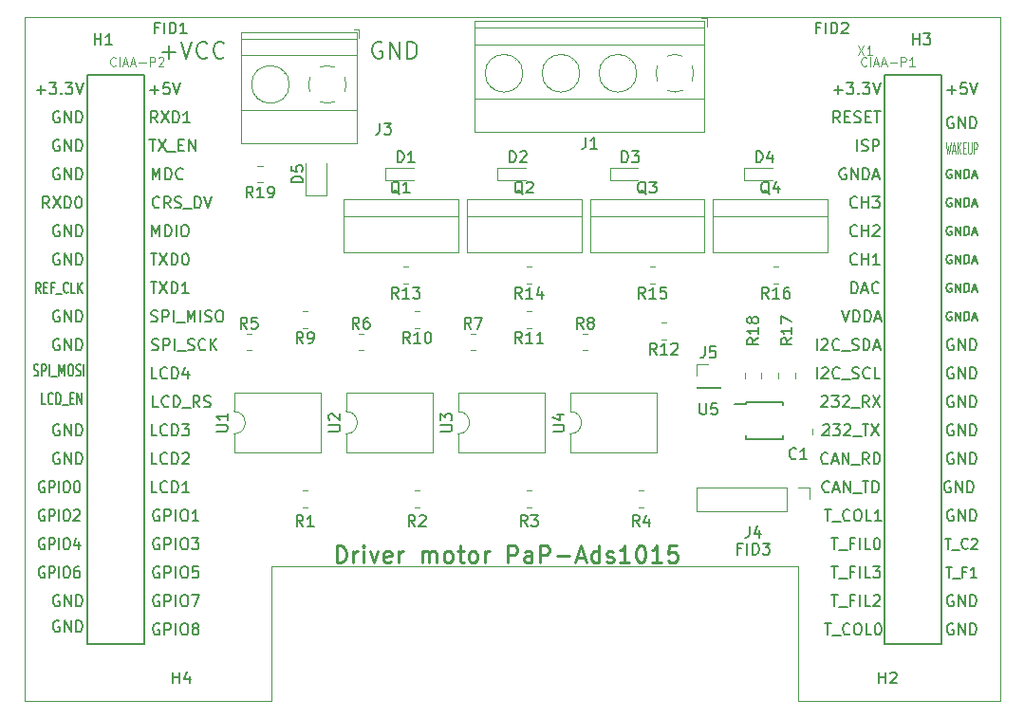
<source format=gbr>
%TF.GenerationSoftware,KiCad,Pcbnew,5.1.7-a382d34a8~87~ubuntu18.04.1*%
%TF.CreationDate,2020-10-24T22:54:41-03:00*%
%TF.ProjectId,TP-CESE,54502d43-4553-4452-9e6b-696361645f70,1*%
%TF.SameCoordinates,Original*%
%TF.FileFunction,Legend,Top*%
%TF.FilePolarity,Positive*%
%FSLAX46Y46*%
G04 Gerber Fmt 4.6, Leading zero omitted, Abs format (unit mm)*
G04 Created by KiCad (PCBNEW 5.1.7-a382d34a8~87~ubuntu18.04.1) date 2020-10-24 22:54:41*
%MOMM*%
%LPD*%
G01*
G04 APERTURE LIST*
%ADD10C,0.250000*%
%ADD11C,0.150000*%
%TA.AperFunction,Profile*%
%ADD12C,0.050000*%
%TD*%
%ADD13C,0.120000*%
%ADD14C,0.200000*%
%ADD15C,0.125000*%
%ADD16C,0.190000*%
%ADD17C,0.180000*%
%ADD18C,0.175000*%
%ADD19C,0.170000*%
G04 APERTURE END LIST*
D10*
X116821428Y-115678571D02*
X116821428Y-114178571D01*
X117178571Y-114178571D01*
X117392857Y-114250000D01*
X117535714Y-114392857D01*
X117607142Y-114535714D01*
X117678571Y-114821428D01*
X117678571Y-115035714D01*
X117607142Y-115321428D01*
X117535714Y-115464285D01*
X117392857Y-115607142D01*
X117178571Y-115678571D01*
X116821428Y-115678571D01*
X118321428Y-115678571D02*
X118321428Y-114678571D01*
X118321428Y-114964285D02*
X118392857Y-114821428D01*
X118464285Y-114750000D01*
X118607142Y-114678571D01*
X118750000Y-114678571D01*
X119250000Y-115678571D02*
X119250000Y-114678571D01*
X119250000Y-114178571D02*
X119178571Y-114250000D01*
X119250000Y-114321428D01*
X119321428Y-114250000D01*
X119250000Y-114178571D01*
X119250000Y-114321428D01*
X119821428Y-114678571D02*
X120178571Y-115678571D01*
X120535714Y-114678571D01*
X121678571Y-115607142D02*
X121535714Y-115678571D01*
X121250000Y-115678571D01*
X121107142Y-115607142D01*
X121035714Y-115464285D01*
X121035714Y-114892857D01*
X121107142Y-114750000D01*
X121250000Y-114678571D01*
X121535714Y-114678571D01*
X121678571Y-114750000D01*
X121750000Y-114892857D01*
X121750000Y-115035714D01*
X121035714Y-115178571D01*
X122392857Y-115678571D02*
X122392857Y-114678571D01*
X122392857Y-114964285D02*
X122464285Y-114821428D01*
X122535714Y-114750000D01*
X122678571Y-114678571D01*
X122821428Y-114678571D01*
X124464285Y-115678571D02*
X124464285Y-114678571D01*
X124464285Y-114821428D02*
X124535714Y-114750000D01*
X124678571Y-114678571D01*
X124892857Y-114678571D01*
X125035714Y-114750000D01*
X125107142Y-114892857D01*
X125107142Y-115678571D01*
X125107142Y-114892857D02*
X125178571Y-114750000D01*
X125321428Y-114678571D01*
X125535714Y-114678571D01*
X125678571Y-114750000D01*
X125750000Y-114892857D01*
X125750000Y-115678571D01*
X126678571Y-115678571D02*
X126535714Y-115607142D01*
X126464285Y-115535714D01*
X126392857Y-115392857D01*
X126392857Y-114964285D01*
X126464285Y-114821428D01*
X126535714Y-114750000D01*
X126678571Y-114678571D01*
X126892857Y-114678571D01*
X127035714Y-114750000D01*
X127107142Y-114821428D01*
X127178571Y-114964285D01*
X127178571Y-115392857D01*
X127107142Y-115535714D01*
X127035714Y-115607142D01*
X126892857Y-115678571D01*
X126678571Y-115678571D01*
X127607142Y-114678571D02*
X128178571Y-114678571D01*
X127821428Y-114178571D02*
X127821428Y-115464285D01*
X127892857Y-115607142D01*
X128035714Y-115678571D01*
X128178571Y-115678571D01*
X128892857Y-115678571D02*
X128750000Y-115607142D01*
X128678571Y-115535714D01*
X128607142Y-115392857D01*
X128607142Y-114964285D01*
X128678571Y-114821428D01*
X128750000Y-114750000D01*
X128892857Y-114678571D01*
X129107142Y-114678571D01*
X129250000Y-114750000D01*
X129321428Y-114821428D01*
X129392857Y-114964285D01*
X129392857Y-115392857D01*
X129321428Y-115535714D01*
X129250000Y-115607142D01*
X129107142Y-115678571D01*
X128892857Y-115678571D01*
X130035714Y-115678571D02*
X130035714Y-114678571D01*
X130035714Y-114964285D02*
X130107142Y-114821428D01*
X130178571Y-114750000D01*
X130321428Y-114678571D01*
X130464285Y-114678571D01*
X132107142Y-115678571D02*
X132107142Y-114178571D01*
X132678571Y-114178571D01*
X132821428Y-114250000D01*
X132892857Y-114321428D01*
X132964285Y-114464285D01*
X132964285Y-114678571D01*
X132892857Y-114821428D01*
X132821428Y-114892857D01*
X132678571Y-114964285D01*
X132107142Y-114964285D01*
X134250000Y-115678571D02*
X134250000Y-114892857D01*
X134178571Y-114750000D01*
X134035714Y-114678571D01*
X133750000Y-114678571D01*
X133607142Y-114750000D01*
X134250000Y-115607142D02*
X134107142Y-115678571D01*
X133750000Y-115678571D01*
X133607142Y-115607142D01*
X133535714Y-115464285D01*
X133535714Y-115321428D01*
X133607142Y-115178571D01*
X133750000Y-115107142D01*
X134107142Y-115107142D01*
X134250000Y-115035714D01*
X134964285Y-115678571D02*
X134964285Y-114178571D01*
X135535714Y-114178571D01*
X135678571Y-114250000D01*
X135750000Y-114321428D01*
X135821428Y-114464285D01*
X135821428Y-114678571D01*
X135750000Y-114821428D01*
X135678571Y-114892857D01*
X135535714Y-114964285D01*
X134964285Y-114964285D01*
X136464285Y-115107142D02*
X137607142Y-115107142D01*
X138250000Y-115250000D02*
X138964285Y-115250000D01*
X138107142Y-115678571D02*
X138607142Y-114178571D01*
X139107142Y-115678571D01*
X140250000Y-115678571D02*
X140250000Y-114178571D01*
X140250000Y-115607142D02*
X140107142Y-115678571D01*
X139821428Y-115678571D01*
X139678571Y-115607142D01*
X139607142Y-115535714D01*
X139535714Y-115392857D01*
X139535714Y-114964285D01*
X139607142Y-114821428D01*
X139678571Y-114750000D01*
X139821428Y-114678571D01*
X140107142Y-114678571D01*
X140250000Y-114750000D01*
X140892857Y-115607142D02*
X141035714Y-115678571D01*
X141321428Y-115678571D01*
X141464285Y-115607142D01*
X141535714Y-115464285D01*
X141535714Y-115392857D01*
X141464285Y-115250000D01*
X141321428Y-115178571D01*
X141107142Y-115178571D01*
X140964285Y-115107142D01*
X140892857Y-114964285D01*
X140892857Y-114892857D01*
X140964285Y-114750000D01*
X141107142Y-114678571D01*
X141321428Y-114678571D01*
X141464285Y-114750000D01*
X142964285Y-115678571D02*
X142107142Y-115678571D01*
X142535714Y-115678571D02*
X142535714Y-114178571D01*
X142392857Y-114392857D01*
X142250000Y-114535714D01*
X142107142Y-114607142D01*
X143892857Y-114178571D02*
X144035714Y-114178571D01*
X144178571Y-114250000D01*
X144250000Y-114321428D01*
X144321428Y-114464285D01*
X144392857Y-114750000D01*
X144392857Y-115107142D01*
X144321428Y-115392857D01*
X144250000Y-115535714D01*
X144178571Y-115607142D01*
X144035714Y-115678571D01*
X143892857Y-115678571D01*
X143750000Y-115607142D01*
X143678571Y-115535714D01*
X143607142Y-115392857D01*
X143535714Y-115107142D01*
X143535714Y-114750000D01*
X143607142Y-114464285D01*
X143678571Y-114321428D01*
X143750000Y-114250000D01*
X143892857Y-114178571D01*
X145821428Y-115678571D02*
X144964285Y-115678571D01*
X145392857Y-115678571D02*
X145392857Y-114178571D01*
X145250000Y-114392857D01*
X145107142Y-114535714D01*
X144964285Y-114607142D01*
X147178571Y-114178571D02*
X146464285Y-114178571D01*
X146392857Y-114892857D01*
X146464285Y-114821428D01*
X146607142Y-114750000D01*
X146964285Y-114750000D01*
X147107142Y-114821428D01*
X147178571Y-114892857D01*
X147250000Y-115035714D01*
X147250000Y-115392857D01*
X147178571Y-115535714D01*
X147107142Y-115607142D01*
X146964285Y-115678571D01*
X146607142Y-115678571D01*
X146464285Y-115607142D01*
X146392857Y-115535714D01*
D11*
X120857142Y-69250000D02*
X120714285Y-69178571D01*
X120500000Y-69178571D01*
X120285714Y-69250000D01*
X120142857Y-69392857D01*
X120071428Y-69535714D01*
X120000000Y-69821428D01*
X120000000Y-70035714D01*
X120071428Y-70321428D01*
X120142857Y-70464285D01*
X120285714Y-70607142D01*
X120500000Y-70678571D01*
X120642857Y-70678571D01*
X120857142Y-70607142D01*
X120928571Y-70535714D01*
X120928571Y-70035714D01*
X120642857Y-70035714D01*
X121571428Y-70678571D02*
X121571428Y-69178571D01*
X122428571Y-70678571D01*
X122428571Y-69178571D01*
X123142857Y-70678571D02*
X123142857Y-69178571D01*
X123500000Y-69178571D01*
X123714285Y-69250000D01*
X123857142Y-69392857D01*
X123928571Y-69535714D01*
X124000000Y-69821428D01*
X124000000Y-70035714D01*
X123928571Y-70321428D01*
X123857142Y-70464285D01*
X123714285Y-70607142D01*
X123500000Y-70678571D01*
X123142857Y-70678571D01*
X101285714Y-70107142D02*
X102428571Y-70107142D01*
X101857142Y-70678571D02*
X101857142Y-69535714D01*
X102928571Y-69178571D02*
X103428571Y-70678571D01*
X103928571Y-69178571D01*
X105285714Y-70535714D02*
X105214285Y-70607142D01*
X105000000Y-70678571D01*
X104857142Y-70678571D01*
X104642857Y-70607142D01*
X104500000Y-70464285D01*
X104428571Y-70321428D01*
X104357142Y-70035714D01*
X104357142Y-69821428D01*
X104428571Y-69535714D01*
X104500000Y-69392857D01*
X104642857Y-69250000D01*
X104857142Y-69178571D01*
X105000000Y-69178571D01*
X105214285Y-69250000D01*
X105285714Y-69321428D01*
X106785714Y-70535714D02*
X106714285Y-70607142D01*
X106500000Y-70678571D01*
X106357142Y-70678571D01*
X106142857Y-70607142D01*
X106000000Y-70464285D01*
X105928571Y-70321428D01*
X105857142Y-70035714D01*
X105857142Y-69821428D01*
X105928571Y-69535714D01*
X106000000Y-69392857D01*
X106142857Y-69250000D01*
X106357142Y-69178571D01*
X106500000Y-69178571D01*
X106714285Y-69250000D01*
X106785714Y-69321428D01*
D12*
X158000000Y-128000000D02*
X158000000Y-126000000D01*
X176000000Y-128000000D02*
X158000000Y-128000000D01*
X176000000Y-126000000D02*
X176000000Y-128000000D01*
X111000000Y-128000000D02*
X111000000Y-126000000D01*
X89000000Y-128000000D02*
X111000000Y-128000000D01*
X89000000Y-126000000D02*
X89000000Y-128000000D01*
X176000000Y-67000000D02*
X174000000Y-67000000D01*
X176000000Y-126000000D02*
X176000000Y-67000000D01*
X158000000Y-116000000D02*
X158000000Y-126000000D01*
X111000000Y-116000000D02*
X158000000Y-116000000D01*
X111000000Y-126000000D02*
X111000000Y-116000000D01*
X89000000Y-123000000D02*
X89000000Y-126000000D01*
X89000000Y-123000000D02*
X89000000Y-67000000D01*
X89000000Y-67000000D02*
X174000000Y-67000000D01*
D13*
%TO.C,C1*%
X159265000Y-103738748D02*
X159265000Y-104261252D01*
X160735000Y-103738748D02*
X160735000Y-104261252D01*
D11*
%TO.C,X1*%
X170810000Y-72130000D02*
X165730000Y-72130000D01*
X170810000Y-122930000D02*
X165730000Y-122930000D01*
X170810000Y-122930000D02*
X170810000Y-72130000D01*
X165730000Y-122930000D02*
X165730000Y-72130000D01*
X94610000Y-122930000D02*
X94610000Y-73400000D01*
X99690000Y-122930000D02*
X94610000Y-122930000D01*
X99690000Y-72130000D02*
X99690000Y-122930000D01*
X94610000Y-72130000D02*
X99690000Y-72130000D01*
X94610000Y-73400000D02*
X94610000Y-72130000D01*
D13*
%TO.C,U3*%
X127670000Y-100540000D02*
X127670000Y-102190000D01*
X135410000Y-100540000D02*
X127670000Y-100540000D01*
X135410000Y-105840000D02*
X135410000Y-100540000D01*
X127670000Y-105840000D02*
X135410000Y-105840000D01*
X127670000Y-104190000D02*
X127670000Y-105840000D01*
X127670000Y-102190000D02*
G75*
G02*
X127670000Y-104190000I0J-1000000D01*
G01*
%TO.C,R12*%
X146227064Y-95735000D02*
X145772936Y-95735000D01*
X146227064Y-94265000D02*
X145772936Y-94265000D01*
%TO.C,Q3*%
X139420000Y-84770000D02*
X149660000Y-84770000D01*
X149660000Y-83230000D02*
X149660000Y-87971000D01*
X139420000Y-83230000D02*
X139420000Y-87971000D01*
X139420000Y-87971000D02*
X149660000Y-87971000D01*
X139420000Y-83230000D02*
X149660000Y-83230000D01*
%TO.C,Q2*%
X128420000Y-84770000D02*
X138660000Y-84770000D01*
X138660000Y-83230000D02*
X138660000Y-87971000D01*
X128420000Y-83230000D02*
X128420000Y-87971000D01*
X128420000Y-87971000D02*
X138660000Y-87971000D01*
X128420000Y-83230000D02*
X138660000Y-83230000D01*
%TO.C,J3*%
X118840000Y-68100000D02*
X118340000Y-68100000D01*
X118840000Y-68840000D02*
X118840000Y-68100000D01*
X112147000Y-71977000D02*
X112194000Y-71931000D01*
X109850000Y-74275000D02*
X109885000Y-74239000D01*
X111954000Y-71761000D02*
X111989000Y-71726000D01*
X109645000Y-74069000D02*
X109692000Y-74023000D01*
X108320000Y-78261000D02*
X108320000Y-68340000D01*
X118600000Y-78261000D02*
X118600000Y-68340000D01*
X118600000Y-68340000D02*
X108320000Y-68340000D01*
X118600000Y-78261000D02*
X108320000Y-78261000D01*
X118600000Y-75301000D02*
X108320000Y-75301000D01*
X118600000Y-70400000D02*
X108320000Y-70400000D01*
X118600000Y-68900000D02*
X108320000Y-68900000D01*
X112600000Y-73000000D02*
G75*
G03*
X112600000Y-73000000I-1680000J0D01*
G01*
X115316682Y-71465244D02*
G75*
G02*
X116000000Y-71320000I683318J-1534756D01*
G01*
X114464574Y-73683042D02*
G75*
G02*
X114465000Y-72316000I1535426J683042D01*
G01*
X116683042Y-74535426D02*
G75*
G02*
X115316000Y-74535000I-683042J1535426D01*
G01*
X117535426Y-72316958D02*
G75*
G02*
X117535000Y-73684000I-1535426J-683042D01*
G01*
X115971195Y-71319747D02*
G75*
G02*
X116684000Y-71465000I28805J-1680253D01*
G01*
%TO.C,R19*%
X110227064Y-81735000D02*
X109772936Y-81735000D01*
X110227064Y-80265000D02*
X109772936Y-80265000D01*
%TO.C,D5*%
X114040000Y-80000000D02*
X114040000Y-82860000D01*
X114040000Y-82860000D02*
X115960000Y-82860000D01*
X115960000Y-82860000D02*
X115960000Y-80000000D01*
%TO.C,R18*%
X154735000Y-98772936D02*
X154735000Y-99227064D01*
X153265000Y-98772936D02*
X153265000Y-99227064D01*
%TO.C,R17*%
X156265000Y-99227064D02*
X156265000Y-98772936D01*
X157735000Y-99227064D02*
X157735000Y-98772936D01*
%TO.C,R16*%
X156227064Y-90735000D02*
X155772936Y-90735000D01*
X156227064Y-89265000D02*
X155772936Y-89265000D01*
%TO.C,R15*%
X145227064Y-90735000D02*
X144772936Y-90735000D01*
X145227064Y-89265000D02*
X144772936Y-89265000D01*
%TO.C,R14*%
X134227064Y-90735000D02*
X133772936Y-90735000D01*
X134227064Y-89265000D02*
X133772936Y-89265000D01*
%TO.C,R13*%
X123227064Y-90735000D02*
X122772936Y-90735000D01*
X123227064Y-89265000D02*
X122772936Y-89265000D01*
%TO.C,R11*%
X134227064Y-94735000D02*
X133772936Y-94735000D01*
X134227064Y-93265000D02*
X133772936Y-93265000D01*
%TO.C,R10*%
X124227064Y-94735000D02*
X123772936Y-94735000D01*
X124227064Y-93265000D02*
X123772936Y-93265000D01*
%TO.C,R9*%
X114227064Y-94735000D02*
X113772936Y-94735000D01*
X114227064Y-93265000D02*
X113772936Y-93265000D01*
%TO.C,R8*%
X138772936Y-95265000D02*
X139227064Y-95265000D01*
X138772936Y-96735000D02*
X139227064Y-96735000D01*
%TO.C,R7*%
X128772936Y-95265000D02*
X129227064Y-95265000D01*
X128772936Y-96735000D02*
X129227064Y-96735000D01*
%TO.C,R6*%
X118772936Y-95265000D02*
X119227064Y-95265000D01*
X118772936Y-96735000D02*
X119227064Y-96735000D01*
%TO.C,R5*%
X108772936Y-95265000D02*
X109227064Y-95265000D01*
X108772936Y-96735000D02*
X109227064Y-96735000D01*
%TO.C,R4*%
X143772936Y-109265000D02*
X144227064Y-109265000D01*
X143772936Y-110735000D02*
X144227064Y-110735000D01*
%TO.C,R3*%
X133772936Y-109265000D02*
X134227064Y-109265000D01*
X133772936Y-110735000D02*
X134227064Y-110735000D01*
%TO.C,R2*%
X123772936Y-109265000D02*
X124227064Y-109265000D01*
X123772936Y-110735000D02*
X124227064Y-110735000D01*
%TO.C,R1*%
X113772936Y-109265000D02*
X114227064Y-109265000D01*
X113772936Y-110735000D02*
X114227064Y-110735000D01*
%TO.C,D4*%
X153200000Y-81550000D02*
X155700000Y-81550000D01*
X153200000Y-80450000D02*
X155700000Y-80450000D01*
X153200000Y-80450000D02*
X153200000Y-81550000D01*
%TO.C,D3*%
X141200000Y-81550000D02*
X143700000Y-81550000D01*
X141200000Y-80450000D02*
X143700000Y-80450000D01*
X141200000Y-80450000D02*
X141200000Y-81550000D01*
%TO.C,D2*%
X131200000Y-81550000D02*
X133700000Y-81550000D01*
X131200000Y-80450000D02*
X133700000Y-80450000D01*
X131200000Y-80450000D02*
X131200000Y-81550000D01*
%TO.C,D1*%
X121200000Y-81550000D02*
X123700000Y-81550000D01*
X121200000Y-80450000D02*
X123700000Y-80450000D01*
X121200000Y-80450000D02*
X121200000Y-81550000D01*
%TO.C,Q4*%
X150420000Y-84770000D02*
X160660000Y-84770000D01*
X160660000Y-83230000D02*
X160660000Y-87971000D01*
X150420000Y-83230000D02*
X150420000Y-87971000D01*
X150420000Y-87971000D02*
X160660000Y-87971000D01*
X150420000Y-83230000D02*
X160660000Y-83230000D01*
%TO.C,Q1*%
X117420000Y-84770000D02*
X127660000Y-84770000D01*
X127660000Y-83230000D02*
X127660000Y-87971000D01*
X117420000Y-83230000D02*
X117420000Y-87971000D01*
X117420000Y-87971000D02*
X127660000Y-87971000D01*
X117420000Y-83230000D02*
X127660000Y-83230000D01*
%TO.C,U4*%
X137670000Y-100540000D02*
X137670000Y-102190000D01*
X145410000Y-100540000D02*
X137670000Y-100540000D01*
X145410000Y-105840000D02*
X145410000Y-100540000D01*
X137670000Y-105840000D02*
X145410000Y-105840000D01*
X137670000Y-104190000D02*
X137670000Y-105840000D01*
X137670000Y-102190000D02*
G75*
G02*
X137670000Y-104190000I0J-1000000D01*
G01*
%TO.C,U2*%
X117670000Y-100540000D02*
X117670000Y-102190000D01*
X125410000Y-100540000D02*
X117670000Y-100540000D01*
X125410000Y-105840000D02*
X125410000Y-100540000D01*
X117670000Y-105840000D02*
X125410000Y-105840000D01*
X117670000Y-104190000D02*
X117670000Y-105840000D01*
X117670000Y-102190000D02*
G75*
G02*
X117670000Y-104190000I0J-1000000D01*
G01*
%TO.C,U1*%
X107670000Y-100540000D02*
X107670000Y-102190000D01*
X115410000Y-100540000D02*
X107670000Y-100540000D01*
X115410000Y-105840000D02*
X115410000Y-100540000D01*
X107670000Y-105840000D02*
X115410000Y-105840000D01*
X107670000Y-104190000D02*
X107670000Y-105840000D01*
X107670000Y-102190000D02*
G75*
G02*
X107670000Y-104190000I0J-1000000D01*
G01*
%TO.C,J4*%
X148940000Y-108940000D02*
X148940000Y-111060000D01*
X157000000Y-108940000D02*
X148940000Y-108940000D01*
X157000000Y-111060000D02*
X148940000Y-111060000D01*
X157000000Y-108940000D02*
X157000000Y-111060000D01*
X158000000Y-108940000D02*
X159060000Y-108940000D01*
X159060000Y-108940000D02*
X159060000Y-110000000D01*
%TO.C,J1*%
X149840000Y-67100000D02*
X149340000Y-67100000D01*
X149840000Y-67840000D02*
X149840000Y-67100000D01*
X132987000Y-70977000D02*
X133034000Y-70931000D01*
X130690000Y-73275000D02*
X130725000Y-73239000D01*
X132794000Y-70761000D02*
X132829000Y-70726000D01*
X130485000Y-73069000D02*
X130532000Y-73023000D01*
X138067000Y-70977000D02*
X138114000Y-70931000D01*
X135770000Y-73275000D02*
X135805000Y-73239000D01*
X137874000Y-70761000D02*
X137909000Y-70726000D01*
X135565000Y-73069000D02*
X135612000Y-73023000D01*
X143147000Y-70977000D02*
X143194000Y-70931000D01*
X140850000Y-73275000D02*
X140885000Y-73239000D01*
X142954000Y-70761000D02*
X142989000Y-70726000D01*
X140645000Y-73069000D02*
X140692000Y-73023000D01*
X129160000Y-77261000D02*
X129160000Y-67340000D01*
X149600000Y-77261000D02*
X149600000Y-67340000D01*
X149600000Y-67340000D02*
X129160000Y-67340000D01*
X149600000Y-77261000D02*
X129160000Y-77261000D01*
X149600000Y-74301000D02*
X129160000Y-74301000D01*
X149600000Y-69400000D02*
X129160000Y-69400000D01*
X149600000Y-67900000D02*
X129160000Y-67900000D01*
X133440000Y-72000000D02*
G75*
G03*
X133440000Y-72000000I-1680000J0D01*
G01*
X138520000Y-72000000D02*
G75*
G03*
X138520000Y-72000000I-1680000J0D01*
G01*
X143600000Y-72000000D02*
G75*
G03*
X143600000Y-72000000I-1680000J0D01*
G01*
X146316682Y-70465244D02*
G75*
G02*
X147000000Y-70320000I683318J-1534756D01*
G01*
X145464574Y-72683042D02*
G75*
G02*
X145465000Y-71316000I1535426J683042D01*
G01*
X147683042Y-73535426D02*
G75*
G02*
X146316000Y-73535000I-683042J1535426D01*
G01*
X148535426Y-71316958D02*
G75*
G02*
X148535000Y-72684000I-1535426J-683042D01*
G01*
X146971195Y-70319747D02*
G75*
G02*
X147684000Y-70465000I28805J-1680253D01*
G01*
%TO.C,J5*%
X148940000Y-97940000D02*
X150000000Y-97940000D01*
X148940000Y-99000000D02*
X148940000Y-97940000D01*
X148940000Y-100000000D02*
X151060000Y-100000000D01*
X151060000Y-100000000D02*
X151060000Y-100060000D01*
X148940000Y-100000000D02*
X148940000Y-100060000D01*
X148940000Y-100060000D02*
X151060000Y-100060000D01*
D11*
%TO.C,U5*%
X153375000Y-101550000D02*
X152300000Y-101550000D01*
X153375000Y-104625000D02*
X156625000Y-104625000D01*
X153375000Y-101375000D02*
X156625000Y-101375000D01*
X153375000Y-104625000D02*
X153375000Y-104350000D01*
X156625000Y-104625000D02*
X156625000Y-104350000D01*
X156625000Y-101375000D02*
X156625000Y-101650000D01*
X153375000Y-101375000D02*
X153375000Y-101550000D01*
%TD*%
%TO.C,FID3*%
X152928571Y-114428571D02*
X152595238Y-114428571D01*
X152595238Y-114952380D02*
X152595238Y-113952380D01*
X153071428Y-113952380D01*
X153452380Y-114952380D02*
X153452380Y-113952380D01*
X153928571Y-114952380D02*
X153928571Y-113952380D01*
X154166666Y-113952380D01*
X154309523Y-114000000D01*
X154404761Y-114095238D01*
X154452380Y-114190476D01*
X154500000Y-114380952D01*
X154500000Y-114523809D01*
X154452380Y-114714285D01*
X154404761Y-114809523D01*
X154309523Y-114904761D01*
X154166666Y-114952380D01*
X153928571Y-114952380D01*
X154833333Y-113952380D02*
X155452380Y-113952380D01*
X155119047Y-114333333D01*
X155261904Y-114333333D01*
X155357142Y-114380952D01*
X155404761Y-114428571D01*
X155452380Y-114523809D01*
X155452380Y-114761904D01*
X155404761Y-114857142D01*
X155357142Y-114904761D01*
X155261904Y-114952380D01*
X154976190Y-114952380D01*
X154880952Y-114904761D01*
X154833333Y-114857142D01*
%TO.C,FID2*%
X159928571Y-67928571D02*
X159595238Y-67928571D01*
X159595238Y-68452380D02*
X159595238Y-67452380D01*
X160071428Y-67452380D01*
X160452380Y-68452380D02*
X160452380Y-67452380D01*
X160928571Y-68452380D02*
X160928571Y-67452380D01*
X161166666Y-67452380D01*
X161309523Y-67500000D01*
X161404761Y-67595238D01*
X161452380Y-67690476D01*
X161500000Y-67880952D01*
X161500000Y-68023809D01*
X161452380Y-68214285D01*
X161404761Y-68309523D01*
X161309523Y-68404761D01*
X161166666Y-68452380D01*
X160928571Y-68452380D01*
X161880952Y-67547619D02*
X161928571Y-67500000D01*
X162023809Y-67452380D01*
X162261904Y-67452380D01*
X162357142Y-67500000D01*
X162404761Y-67547619D01*
X162452380Y-67642857D01*
X162452380Y-67738095D01*
X162404761Y-67880952D01*
X161833333Y-68452380D01*
X162452380Y-68452380D01*
%TO.C,FID1*%
X100928571Y-67928571D02*
X100595238Y-67928571D01*
X100595238Y-68452380D02*
X100595238Y-67452380D01*
X101071428Y-67452380D01*
X101452380Y-68452380D02*
X101452380Y-67452380D01*
X101928571Y-68452380D02*
X101928571Y-67452380D01*
X102166666Y-67452380D01*
X102309523Y-67500000D01*
X102404761Y-67595238D01*
X102452380Y-67690476D01*
X102500000Y-67880952D01*
X102500000Y-68023809D01*
X102452380Y-68214285D01*
X102404761Y-68309523D01*
X102309523Y-68404761D01*
X102166666Y-68452380D01*
X101928571Y-68452380D01*
X103452380Y-68452380D02*
X102880952Y-68452380D01*
X103166666Y-68452380D02*
X103166666Y-67452380D01*
X103071428Y-67595238D01*
X102976190Y-67690476D01*
X102880952Y-67738095D01*
%TO.C,C1*%
X157833333Y-106357142D02*
X157785714Y-106404761D01*
X157642857Y-106452380D01*
X157547619Y-106452380D01*
X157404761Y-106404761D01*
X157309523Y-106309523D01*
X157261904Y-106214285D01*
X157214285Y-106023809D01*
X157214285Y-105880952D01*
X157261904Y-105690476D01*
X157309523Y-105595238D01*
X157404761Y-105500000D01*
X157547619Y-105452380D01*
X157642857Y-105452380D01*
X157785714Y-105500000D01*
X157833333Y-105547619D01*
X158785714Y-106452380D02*
X158214285Y-106452380D01*
X158500000Y-106452380D02*
X158500000Y-105452380D01*
X158404761Y-105595238D01*
X158309523Y-105690476D01*
X158214285Y-105738095D01*
%TO.C,X1*%
D13*
X163352380Y-69561904D02*
X163885714Y-70361904D01*
X163885714Y-69561904D02*
X163352380Y-70361904D01*
X164609523Y-70361904D02*
X164152380Y-70361904D01*
X164380952Y-70361904D02*
X164380952Y-69561904D01*
X164304761Y-69676190D01*
X164228571Y-69752380D01*
X164152380Y-69790476D01*
D14*
X161190000Y-73471428D02*
X161951904Y-73471428D01*
X161570952Y-73852380D02*
X161570952Y-73090476D01*
X162332857Y-72852380D02*
X162951904Y-72852380D01*
X162618571Y-73233333D01*
X162761428Y-73233333D01*
X162856666Y-73280952D01*
X162904285Y-73328571D01*
X162951904Y-73423809D01*
X162951904Y-73661904D01*
X162904285Y-73757142D01*
X162856666Y-73804761D01*
X162761428Y-73852380D01*
X162475714Y-73852380D01*
X162380476Y-73804761D01*
X162332857Y-73757142D01*
X163380476Y-73757142D02*
X163428095Y-73804761D01*
X163380476Y-73852380D01*
X163332857Y-73804761D01*
X163380476Y-73757142D01*
X163380476Y-73852380D01*
X163761428Y-72852380D02*
X164380476Y-72852380D01*
X164047142Y-73233333D01*
X164190000Y-73233333D01*
X164285238Y-73280952D01*
X164332857Y-73328571D01*
X164380476Y-73423809D01*
X164380476Y-73661904D01*
X164332857Y-73757142D01*
X164285238Y-73804761D01*
X164190000Y-73852380D01*
X163904285Y-73852380D01*
X163809047Y-73804761D01*
X163761428Y-73757142D01*
X164666190Y-72852380D02*
X164999523Y-73852380D01*
X165332857Y-72852380D01*
D13*
X164095238Y-71285714D02*
X164057142Y-71323809D01*
X163942857Y-71361904D01*
X163866666Y-71361904D01*
X163752380Y-71323809D01*
X163676190Y-71247619D01*
X163638095Y-71171428D01*
X163600000Y-71019047D01*
X163600000Y-70904761D01*
X163638095Y-70752380D01*
X163676190Y-70676190D01*
X163752380Y-70600000D01*
X163866666Y-70561904D01*
X163942857Y-70561904D01*
X164057142Y-70600000D01*
X164095238Y-70638095D01*
X164438095Y-71361904D02*
X164438095Y-70561904D01*
X164780952Y-71133333D02*
X165161904Y-71133333D01*
X164704761Y-71361904D02*
X164971428Y-70561904D01*
X165238095Y-71361904D01*
X165466666Y-71133333D02*
X165847619Y-71133333D01*
X165390476Y-71361904D02*
X165657142Y-70561904D01*
X165923809Y-71361904D01*
X166190476Y-71057142D02*
X166800000Y-71057142D01*
X167180952Y-71361904D02*
X167180952Y-70561904D01*
X167485714Y-70561904D01*
X167561904Y-70600000D01*
X167600000Y-70638095D01*
X167638095Y-70714285D01*
X167638095Y-70828571D01*
X167600000Y-70904761D01*
X167561904Y-70942857D01*
X167485714Y-70980952D01*
X167180952Y-70980952D01*
X168400000Y-71361904D02*
X167942857Y-71361904D01*
X168171428Y-71361904D02*
X168171428Y-70561904D01*
X168095238Y-70676190D01*
X168019047Y-70752380D01*
X167942857Y-70790476D01*
X97095238Y-71285714D02*
X97057142Y-71323809D01*
X96942857Y-71361904D01*
X96866666Y-71361904D01*
X96752380Y-71323809D01*
X96676190Y-71247619D01*
X96638095Y-71171428D01*
X96600000Y-71019047D01*
X96600000Y-70904761D01*
X96638095Y-70752380D01*
X96676190Y-70676190D01*
X96752380Y-70600000D01*
X96866666Y-70561904D01*
X96942857Y-70561904D01*
X97057142Y-70600000D01*
X97095238Y-70638095D01*
X97438095Y-71361904D02*
X97438095Y-70561904D01*
X97780952Y-71133333D02*
X98161904Y-71133333D01*
X97704761Y-71361904D02*
X97971428Y-70561904D01*
X98238095Y-71361904D01*
X98466666Y-71133333D02*
X98847619Y-71133333D01*
X98390476Y-71361904D02*
X98657142Y-70561904D01*
X98923809Y-71361904D01*
X99190476Y-71057142D02*
X99800000Y-71057142D01*
X100180952Y-71361904D02*
X100180952Y-70561904D01*
X100485714Y-70561904D01*
X100561904Y-70600000D01*
X100600000Y-70638095D01*
X100638095Y-70714285D01*
X100638095Y-70828571D01*
X100600000Y-70904761D01*
X100561904Y-70942857D01*
X100485714Y-70980952D01*
X100180952Y-70980952D01*
X100942857Y-70638095D02*
X100980952Y-70600000D01*
X101057142Y-70561904D01*
X101247619Y-70561904D01*
X101323809Y-70600000D01*
X101361904Y-70638095D01*
X101400000Y-70714285D01*
X101400000Y-70790476D01*
X101361904Y-70904761D01*
X100904761Y-71361904D01*
X101400000Y-71361904D01*
D14*
X161737619Y-76392380D02*
X161404285Y-75916190D01*
X161166190Y-76392380D02*
X161166190Y-75392380D01*
X161547142Y-75392380D01*
X161642380Y-75440000D01*
X161690000Y-75487619D01*
X161737619Y-75582857D01*
X161737619Y-75725714D01*
X161690000Y-75820952D01*
X161642380Y-75868571D01*
X161547142Y-75916190D01*
X161166190Y-75916190D01*
X162166190Y-75868571D02*
X162499523Y-75868571D01*
X162642380Y-76392380D02*
X162166190Y-76392380D01*
X162166190Y-75392380D01*
X162642380Y-75392380D01*
X163023333Y-76344761D02*
X163166190Y-76392380D01*
X163404285Y-76392380D01*
X163499523Y-76344761D01*
X163547142Y-76297142D01*
X163594761Y-76201904D01*
X163594761Y-76106666D01*
X163547142Y-76011428D01*
X163499523Y-75963809D01*
X163404285Y-75916190D01*
X163213809Y-75868571D01*
X163118571Y-75820952D01*
X163070952Y-75773333D01*
X163023333Y-75678095D01*
X163023333Y-75582857D01*
X163070952Y-75487619D01*
X163118571Y-75440000D01*
X163213809Y-75392380D01*
X163451904Y-75392380D01*
X163594761Y-75440000D01*
X164023333Y-75868571D02*
X164356666Y-75868571D01*
X164499523Y-76392380D02*
X164023333Y-76392380D01*
X164023333Y-75392380D01*
X164499523Y-75392380D01*
X164785238Y-75392380D02*
X165356666Y-75392380D01*
X165070952Y-76392380D02*
X165070952Y-75392380D01*
X163229809Y-78932380D02*
X163229809Y-77932380D01*
X163658380Y-78884761D02*
X163801238Y-78932380D01*
X164039333Y-78932380D01*
X164134571Y-78884761D01*
X164182190Y-78837142D01*
X164229809Y-78741904D01*
X164229809Y-78646666D01*
X164182190Y-78551428D01*
X164134571Y-78503809D01*
X164039333Y-78456190D01*
X163848857Y-78408571D01*
X163753619Y-78360952D01*
X163706000Y-78313333D01*
X163658380Y-78218095D01*
X163658380Y-78122857D01*
X163706000Y-78027619D01*
X163753619Y-77980000D01*
X163848857Y-77932380D01*
X164086952Y-77932380D01*
X164229809Y-77980000D01*
X164658380Y-78932380D02*
X164658380Y-77932380D01*
X165039333Y-77932380D01*
X165134571Y-77980000D01*
X165182190Y-78027619D01*
X165229809Y-78122857D01*
X165229809Y-78265714D01*
X165182190Y-78360952D01*
X165134571Y-78408571D01*
X165039333Y-78456190D01*
X164658380Y-78456190D01*
X162253523Y-80520000D02*
X162158285Y-80472380D01*
X162015428Y-80472380D01*
X161872571Y-80520000D01*
X161777333Y-80615238D01*
X161729714Y-80710476D01*
X161682095Y-80900952D01*
X161682095Y-81043809D01*
X161729714Y-81234285D01*
X161777333Y-81329523D01*
X161872571Y-81424761D01*
X162015428Y-81472380D01*
X162110666Y-81472380D01*
X162253523Y-81424761D01*
X162301142Y-81377142D01*
X162301142Y-81043809D01*
X162110666Y-81043809D01*
X162729714Y-81472380D02*
X162729714Y-80472380D01*
X163301142Y-81472380D01*
X163301142Y-80472380D01*
X163777333Y-81472380D02*
X163777333Y-80472380D01*
X164015428Y-80472380D01*
X164158285Y-80520000D01*
X164253523Y-80615238D01*
X164301142Y-80710476D01*
X164348761Y-80900952D01*
X164348761Y-81043809D01*
X164301142Y-81234285D01*
X164253523Y-81329523D01*
X164158285Y-81424761D01*
X164015428Y-81472380D01*
X163777333Y-81472380D01*
X164729714Y-81186666D02*
X165205904Y-81186666D01*
X164634476Y-81472380D02*
X164967809Y-80472380D01*
X165301142Y-81472380D01*
X163261523Y-83917142D02*
X163213904Y-83964761D01*
X163071047Y-84012380D01*
X162975809Y-84012380D01*
X162832952Y-83964761D01*
X162737714Y-83869523D01*
X162690095Y-83774285D01*
X162642476Y-83583809D01*
X162642476Y-83440952D01*
X162690095Y-83250476D01*
X162737714Y-83155238D01*
X162832952Y-83060000D01*
X162975809Y-83012380D01*
X163071047Y-83012380D01*
X163213904Y-83060000D01*
X163261523Y-83107619D01*
X163690095Y-84012380D02*
X163690095Y-83012380D01*
X163690095Y-83488571D02*
X164261523Y-83488571D01*
X164261523Y-84012380D02*
X164261523Y-83012380D01*
X164642476Y-83012380D02*
X165261523Y-83012380D01*
X164928190Y-83393333D01*
X165071047Y-83393333D01*
X165166285Y-83440952D01*
X165213904Y-83488571D01*
X165261523Y-83583809D01*
X165261523Y-83821904D01*
X165213904Y-83917142D01*
X165166285Y-83964761D01*
X165071047Y-84012380D01*
X164785333Y-84012380D01*
X164690095Y-83964761D01*
X164642476Y-83917142D01*
X163261523Y-86457142D02*
X163213904Y-86504761D01*
X163071047Y-86552380D01*
X162975809Y-86552380D01*
X162832952Y-86504761D01*
X162737714Y-86409523D01*
X162690095Y-86314285D01*
X162642476Y-86123809D01*
X162642476Y-85980952D01*
X162690095Y-85790476D01*
X162737714Y-85695238D01*
X162832952Y-85600000D01*
X162975809Y-85552380D01*
X163071047Y-85552380D01*
X163213904Y-85600000D01*
X163261523Y-85647619D01*
X163690095Y-86552380D02*
X163690095Y-85552380D01*
X163690095Y-86028571D02*
X164261523Y-86028571D01*
X164261523Y-86552380D02*
X164261523Y-85552380D01*
X164690095Y-85647619D02*
X164737714Y-85600000D01*
X164832952Y-85552380D01*
X165071047Y-85552380D01*
X165166285Y-85600000D01*
X165213904Y-85647619D01*
X165261523Y-85742857D01*
X165261523Y-85838095D01*
X165213904Y-85980952D01*
X164642476Y-86552380D01*
X165261523Y-86552380D01*
X163261523Y-88997142D02*
X163213904Y-89044761D01*
X163071047Y-89092380D01*
X162975809Y-89092380D01*
X162832952Y-89044761D01*
X162737714Y-88949523D01*
X162690095Y-88854285D01*
X162642476Y-88663809D01*
X162642476Y-88520952D01*
X162690095Y-88330476D01*
X162737714Y-88235238D01*
X162832952Y-88140000D01*
X162975809Y-88092380D01*
X163071047Y-88092380D01*
X163213904Y-88140000D01*
X163261523Y-88187619D01*
X163690095Y-89092380D02*
X163690095Y-88092380D01*
X163690095Y-88568571D02*
X164261523Y-88568571D01*
X164261523Y-89092380D02*
X164261523Y-88092380D01*
X165261523Y-89092380D02*
X164690095Y-89092380D01*
X164975809Y-89092380D02*
X164975809Y-88092380D01*
X164880571Y-88235238D01*
X164785333Y-88330476D01*
X164690095Y-88378095D01*
X162761523Y-91632380D02*
X162761523Y-90632380D01*
X162999619Y-90632380D01*
X163142476Y-90680000D01*
X163237714Y-90775238D01*
X163285333Y-90870476D01*
X163332952Y-91060952D01*
X163332952Y-91203809D01*
X163285333Y-91394285D01*
X163237714Y-91489523D01*
X163142476Y-91584761D01*
X162999619Y-91632380D01*
X162761523Y-91632380D01*
X163713904Y-91346666D02*
X164190095Y-91346666D01*
X163618666Y-91632380D02*
X163952000Y-90632380D01*
X164285333Y-91632380D01*
X165190095Y-91537142D02*
X165142476Y-91584761D01*
X164999619Y-91632380D01*
X164904380Y-91632380D01*
X164761523Y-91584761D01*
X164666285Y-91489523D01*
X164618666Y-91394285D01*
X164571047Y-91203809D01*
X164571047Y-91060952D01*
X164618666Y-90870476D01*
X164666285Y-90775238D01*
X164761523Y-90680000D01*
X164904380Y-90632380D01*
X164999619Y-90632380D01*
X165142476Y-90680000D01*
X165190095Y-90727619D01*
X161936095Y-93172380D02*
X162269428Y-94172380D01*
X162602761Y-93172380D01*
X162936095Y-94172380D02*
X162936095Y-93172380D01*
X163174190Y-93172380D01*
X163317047Y-93220000D01*
X163412285Y-93315238D01*
X163459904Y-93410476D01*
X163507523Y-93600952D01*
X163507523Y-93743809D01*
X163459904Y-93934285D01*
X163412285Y-94029523D01*
X163317047Y-94124761D01*
X163174190Y-94172380D01*
X162936095Y-94172380D01*
X163936095Y-94172380D02*
X163936095Y-93172380D01*
X164174190Y-93172380D01*
X164317047Y-93220000D01*
X164412285Y-93315238D01*
X164459904Y-93410476D01*
X164507523Y-93600952D01*
X164507523Y-93743809D01*
X164459904Y-93934285D01*
X164412285Y-94029523D01*
X164317047Y-94124761D01*
X164174190Y-94172380D01*
X163936095Y-94172380D01*
X164888476Y-93886666D02*
X165364666Y-93886666D01*
X164793238Y-94172380D02*
X165126571Y-93172380D01*
X165459904Y-94172380D01*
X159666095Y-96712380D02*
X159666095Y-95712380D01*
X160094666Y-95807619D02*
X160142285Y-95760000D01*
X160237523Y-95712380D01*
X160475619Y-95712380D01*
X160570857Y-95760000D01*
X160618476Y-95807619D01*
X160666095Y-95902857D01*
X160666095Y-95998095D01*
X160618476Y-96140952D01*
X160047047Y-96712380D01*
X160666095Y-96712380D01*
X161666095Y-96617142D02*
X161618476Y-96664761D01*
X161475619Y-96712380D01*
X161380380Y-96712380D01*
X161237523Y-96664761D01*
X161142285Y-96569523D01*
X161094666Y-96474285D01*
X161047047Y-96283809D01*
X161047047Y-96140952D01*
X161094666Y-95950476D01*
X161142285Y-95855238D01*
X161237523Y-95760000D01*
X161380380Y-95712380D01*
X161475619Y-95712380D01*
X161618476Y-95760000D01*
X161666095Y-95807619D01*
X161856571Y-96807619D02*
X162618476Y-96807619D01*
X162808952Y-96664761D02*
X162951809Y-96712380D01*
X163189904Y-96712380D01*
X163285142Y-96664761D01*
X163332761Y-96617142D01*
X163380380Y-96521904D01*
X163380380Y-96426666D01*
X163332761Y-96331428D01*
X163285142Y-96283809D01*
X163189904Y-96236190D01*
X162999428Y-96188571D01*
X162904190Y-96140952D01*
X162856571Y-96093333D01*
X162808952Y-95998095D01*
X162808952Y-95902857D01*
X162856571Y-95807619D01*
X162904190Y-95760000D01*
X162999428Y-95712380D01*
X163237523Y-95712380D01*
X163380380Y-95760000D01*
X163808952Y-96712380D02*
X163808952Y-95712380D01*
X164047047Y-95712380D01*
X164189904Y-95760000D01*
X164285142Y-95855238D01*
X164332761Y-95950476D01*
X164380380Y-96140952D01*
X164380380Y-96283809D01*
X164332761Y-96474285D01*
X164285142Y-96569523D01*
X164189904Y-96664761D01*
X164047047Y-96712380D01*
X163808952Y-96712380D01*
X164761333Y-96426666D02*
X165237523Y-96426666D01*
X164666095Y-96712380D02*
X164999428Y-95712380D01*
X165332761Y-96712380D01*
X159689904Y-99252380D02*
X159689904Y-98252380D01*
X160118476Y-98347619D02*
X160166095Y-98300000D01*
X160261333Y-98252380D01*
X160499428Y-98252380D01*
X160594666Y-98300000D01*
X160642285Y-98347619D01*
X160689904Y-98442857D01*
X160689904Y-98538095D01*
X160642285Y-98680952D01*
X160070857Y-99252380D01*
X160689904Y-99252380D01*
X161689904Y-99157142D02*
X161642285Y-99204761D01*
X161499428Y-99252380D01*
X161404190Y-99252380D01*
X161261333Y-99204761D01*
X161166095Y-99109523D01*
X161118476Y-99014285D01*
X161070857Y-98823809D01*
X161070857Y-98680952D01*
X161118476Y-98490476D01*
X161166095Y-98395238D01*
X161261333Y-98300000D01*
X161404190Y-98252380D01*
X161499428Y-98252380D01*
X161642285Y-98300000D01*
X161689904Y-98347619D01*
X161880380Y-99347619D02*
X162642285Y-99347619D01*
X162832761Y-99204761D02*
X162975619Y-99252380D01*
X163213714Y-99252380D01*
X163308952Y-99204761D01*
X163356571Y-99157142D01*
X163404190Y-99061904D01*
X163404190Y-98966666D01*
X163356571Y-98871428D01*
X163308952Y-98823809D01*
X163213714Y-98776190D01*
X163023238Y-98728571D01*
X162928000Y-98680952D01*
X162880380Y-98633333D01*
X162832761Y-98538095D01*
X162832761Y-98442857D01*
X162880380Y-98347619D01*
X162928000Y-98300000D01*
X163023238Y-98252380D01*
X163261333Y-98252380D01*
X163404190Y-98300000D01*
X164404190Y-99157142D02*
X164356571Y-99204761D01*
X164213714Y-99252380D01*
X164118476Y-99252380D01*
X163975619Y-99204761D01*
X163880380Y-99109523D01*
X163832761Y-99014285D01*
X163785142Y-98823809D01*
X163785142Y-98680952D01*
X163832761Y-98490476D01*
X163880380Y-98395238D01*
X163975619Y-98300000D01*
X164118476Y-98252380D01*
X164213714Y-98252380D01*
X164356571Y-98300000D01*
X164404190Y-98347619D01*
X165308952Y-99252380D02*
X164832761Y-99252380D01*
X164832761Y-98252380D01*
X160086761Y-100887619D02*
X160134380Y-100840000D01*
X160229619Y-100792380D01*
X160467714Y-100792380D01*
X160562952Y-100840000D01*
X160610571Y-100887619D01*
X160658190Y-100982857D01*
X160658190Y-101078095D01*
X160610571Y-101220952D01*
X160039142Y-101792380D01*
X160658190Y-101792380D01*
X160991523Y-100792380D02*
X161610571Y-100792380D01*
X161277238Y-101173333D01*
X161420095Y-101173333D01*
X161515333Y-101220952D01*
X161562952Y-101268571D01*
X161610571Y-101363809D01*
X161610571Y-101601904D01*
X161562952Y-101697142D01*
X161515333Y-101744761D01*
X161420095Y-101792380D01*
X161134380Y-101792380D01*
X161039142Y-101744761D01*
X160991523Y-101697142D01*
X161991523Y-100887619D02*
X162039142Y-100840000D01*
X162134380Y-100792380D01*
X162372476Y-100792380D01*
X162467714Y-100840000D01*
X162515333Y-100887619D01*
X162562952Y-100982857D01*
X162562952Y-101078095D01*
X162515333Y-101220952D01*
X161943904Y-101792380D01*
X162562952Y-101792380D01*
X162753428Y-101887619D02*
X163515333Y-101887619D01*
X164324857Y-101792380D02*
X163991523Y-101316190D01*
X163753428Y-101792380D02*
X163753428Y-100792380D01*
X164134380Y-100792380D01*
X164229619Y-100840000D01*
X164277238Y-100887619D01*
X164324857Y-100982857D01*
X164324857Y-101125714D01*
X164277238Y-101220952D01*
X164229619Y-101268571D01*
X164134380Y-101316190D01*
X163753428Y-101316190D01*
X164658190Y-100792380D02*
X165324857Y-101792380D01*
X165324857Y-100792380D02*
X164658190Y-101792380D01*
X160205809Y-103427619D02*
X160253428Y-103380000D01*
X160348666Y-103332380D01*
X160586761Y-103332380D01*
X160682000Y-103380000D01*
X160729619Y-103427619D01*
X160777238Y-103522857D01*
X160777238Y-103618095D01*
X160729619Y-103760952D01*
X160158190Y-104332380D01*
X160777238Y-104332380D01*
X161110571Y-103332380D02*
X161729619Y-103332380D01*
X161396285Y-103713333D01*
X161539142Y-103713333D01*
X161634380Y-103760952D01*
X161682000Y-103808571D01*
X161729619Y-103903809D01*
X161729619Y-104141904D01*
X161682000Y-104237142D01*
X161634380Y-104284761D01*
X161539142Y-104332380D01*
X161253428Y-104332380D01*
X161158190Y-104284761D01*
X161110571Y-104237142D01*
X162110571Y-103427619D02*
X162158190Y-103380000D01*
X162253428Y-103332380D01*
X162491523Y-103332380D01*
X162586761Y-103380000D01*
X162634380Y-103427619D01*
X162682000Y-103522857D01*
X162682000Y-103618095D01*
X162634380Y-103760952D01*
X162062952Y-104332380D01*
X162682000Y-104332380D01*
X162872476Y-104427619D02*
X163634380Y-104427619D01*
X163729619Y-103332380D02*
X164301047Y-103332380D01*
X164015333Y-104332380D02*
X164015333Y-103332380D01*
X164539142Y-103332380D02*
X165205809Y-104332380D01*
X165205809Y-103332380D02*
X164539142Y-104332380D01*
X160658190Y-106777142D02*
X160610571Y-106824761D01*
X160467714Y-106872380D01*
X160372476Y-106872380D01*
X160229619Y-106824761D01*
X160134380Y-106729523D01*
X160086761Y-106634285D01*
X160039142Y-106443809D01*
X160039142Y-106300952D01*
X160086761Y-106110476D01*
X160134380Y-106015238D01*
X160229619Y-105920000D01*
X160372476Y-105872380D01*
X160467714Y-105872380D01*
X160610571Y-105920000D01*
X160658190Y-105967619D01*
X161039142Y-106586666D02*
X161515333Y-106586666D01*
X160943904Y-106872380D02*
X161277238Y-105872380D01*
X161610571Y-106872380D01*
X161943904Y-106872380D02*
X161943904Y-105872380D01*
X162515333Y-106872380D01*
X162515333Y-105872380D01*
X162753428Y-106967619D02*
X163515333Y-106967619D01*
X164324857Y-106872380D02*
X163991523Y-106396190D01*
X163753428Y-106872380D02*
X163753428Y-105872380D01*
X164134380Y-105872380D01*
X164229619Y-105920000D01*
X164277238Y-105967619D01*
X164324857Y-106062857D01*
X164324857Y-106205714D01*
X164277238Y-106300952D01*
X164229619Y-106348571D01*
X164134380Y-106396190D01*
X163753428Y-106396190D01*
X164753428Y-106872380D02*
X164753428Y-105872380D01*
X164991523Y-105872380D01*
X165134380Y-105920000D01*
X165229619Y-106015238D01*
X165277238Y-106110476D01*
X165324857Y-106300952D01*
X165324857Y-106443809D01*
X165277238Y-106634285D01*
X165229619Y-106729523D01*
X165134380Y-106824761D01*
X164991523Y-106872380D01*
X164753428Y-106872380D01*
X160777238Y-109317142D02*
X160729619Y-109364761D01*
X160586761Y-109412380D01*
X160491523Y-109412380D01*
X160348666Y-109364761D01*
X160253428Y-109269523D01*
X160205809Y-109174285D01*
X160158190Y-108983809D01*
X160158190Y-108840952D01*
X160205809Y-108650476D01*
X160253428Y-108555238D01*
X160348666Y-108460000D01*
X160491523Y-108412380D01*
X160586761Y-108412380D01*
X160729619Y-108460000D01*
X160777238Y-108507619D01*
X161158190Y-109126666D02*
X161634380Y-109126666D01*
X161062952Y-109412380D02*
X161396285Y-108412380D01*
X161729619Y-109412380D01*
X162062952Y-109412380D02*
X162062952Y-108412380D01*
X162634380Y-109412380D01*
X162634380Y-108412380D01*
X162872476Y-109507619D02*
X163634380Y-109507619D01*
X163729619Y-108412380D02*
X164301047Y-108412380D01*
X164015333Y-109412380D02*
X164015333Y-108412380D01*
X164634380Y-109412380D02*
X164634380Y-108412380D01*
X164872476Y-108412380D01*
X165015333Y-108460000D01*
X165110571Y-108555238D01*
X165158190Y-108650476D01*
X165205809Y-108840952D01*
X165205809Y-108983809D01*
X165158190Y-109174285D01*
X165110571Y-109269523D01*
X165015333Y-109364761D01*
X164872476Y-109412380D01*
X164634380Y-109412380D01*
X160364571Y-110952380D02*
X160936000Y-110952380D01*
X160650285Y-111952380D02*
X160650285Y-110952380D01*
X161031238Y-112047619D02*
X161793142Y-112047619D01*
X162602666Y-111857142D02*
X162555047Y-111904761D01*
X162412190Y-111952380D01*
X162316952Y-111952380D01*
X162174095Y-111904761D01*
X162078857Y-111809523D01*
X162031238Y-111714285D01*
X161983619Y-111523809D01*
X161983619Y-111380952D01*
X162031238Y-111190476D01*
X162078857Y-111095238D01*
X162174095Y-111000000D01*
X162316952Y-110952380D01*
X162412190Y-110952380D01*
X162555047Y-111000000D01*
X162602666Y-111047619D01*
X163221714Y-110952380D02*
X163412190Y-110952380D01*
X163507428Y-111000000D01*
X163602666Y-111095238D01*
X163650285Y-111285714D01*
X163650285Y-111619047D01*
X163602666Y-111809523D01*
X163507428Y-111904761D01*
X163412190Y-111952380D01*
X163221714Y-111952380D01*
X163126476Y-111904761D01*
X163031238Y-111809523D01*
X162983619Y-111619047D01*
X162983619Y-111285714D01*
X163031238Y-111095238D01*
X163126476Y-111000000D01*
X163221714Y-110952380D01*
X164555047Y-111952380D02*
X164078857Y-111952380D01*
X164078857Y-110952380D01*
X165412190Y-111952380D02*
X164840761Y-111952380D01*
X165126476Y-111952380D02*
X165126476Y-110952380D01*
X165031238Y-111095238D01*
X164936000Y-111190476D01*
X164840761Y-111238095D01*
X160975714Y-113492380D02*
X161547142Y-113492380D01*
X161261428Y-114492380D02*
X161261428Y-113492380D01*
X161642380Y-114587619D02*
X162404285Y-114587619D01*
X162975714Y-113968571D02*
X162642380Y-113968571D01*
X162642380Y-114492380D02*
X162642380Y-113492380D01*
X163118571Y-113492380D01*
X163499523Y-114492380D02*
X163499523Y-113492380D01*
X164451904Y-114492380D02*
X163975714Y-114492380D01*
X163975714Y-113492380D01*
X164975714Y-113492380D02*
X165070952Y-113492380D01*
X165166190Y-113540000D01*
X165213809Y-113587619D01*
X165261428Y-113682857D01*
X165309047Y-113873333D01*
X165309047Y-114111428D01*
X165261428Y-114301904D01*
X165213809Y-114397142D01*
X165166190Y-114444761D01*
X165070952Y-114492380D01*
X164975714Y-114492380D01*
X164880476Y-114444761D01*
X164832857Y-114397142D01*
X164785238Y-114301904D01*
X164737619Y-114111428D01*
X164737619Y-113873333D01*
X164785238Y-113682857D01*
X164832857Y-113587619D01*
X164880476Y-113540000D01*
X164975714Y-113492380D01*
X160975714Y-116032380D02*
X161547142Y-116032380D01*
X161261428Y-117032380D02*
X161261428Y-116032380D01*
X161642380Y-117127619D02*
X162404285Y-117127619D01*
X162975714Y-116508571D02*
X162642380Y-116508571D01*
X162642380Y-117032380D02*
X162642380Y-116032380D01*
X163118571Y-116032380D01*
X163499523Y-117032380D02*
X163499523Y-116032380D01*
X164451904Y-117032380D02*
X163975714Y-117032380D01*
X163975714Y-116032380D01*
X164690000Y-116032380D02*
X165309047Y-116032380D01*
X164975714Y-116413333D01*
X165118571Y-116413333D01*
X165213809Y-116460952D01*
X165261428Y-116508571D01*
X165309047Y-116603809D01*
X165309047Y-116841904D01*
X165261428Y-116937142D01*
X165213809Y-116984761D01*
X165118571Y-117032380D01*
X164832857Y-117032380D01*
X164737619Y-116984761D01*
X164690000Y-116937142D01*
X160975714Y-118572380D02*
X161547142Y-118572380D01*
X161261428Y-119572380D02*
X161261428Y-118572380D01*
X161642380Y-119667619D02*
X162404285Y-119667619D01*
X162975714Y-119048571D02*
X162642380Y-119048571D01*
X162642380Y-119572380D02*
X162642380Y-118572380D01*
X163118571Y-118572380D01*
X163499523Y-119572380D02*
X163499523Y-118572380D01*
X164451904Y-119572380D02*
X163975714Y-119572380D01*
X163975714Y-118572380D01*
X164737619Y-118667619D02*
X164785238Y-118620000D01*
X164880476Y-118572380D01*
X165118571Y-118572380D01*
X165213809Y-118620000D01*
X165261428Y-118667619D01*
X165309047Y-118762857D01*
X165309047Y-118858095D01*
X165261428Y-119000952D01*
X164690000Y-119572380D01*
X165309047Y-119572380D01*
X160364571Y-121112380D02*
X160936000Y-121112380D01*
X160650285Y-122112380D02*
X160650285Y-121112380D01*
X161031238Y-122207619D02*
X161793142Y-122207619D01*
X162602666Y-122017142D02*
X162555047Y-122064761D01*
X162412190Y-122112380D01*
X162316952Y-122112380D01*
X162174095Y-122064761D01*
X162078857Y-121969523D01*
X162031238Y-121874285D01*
X161983619Y-121683809D01*
X161983619Y-121540952D01*
X162031238Y-121350476D01*
X162078857Y-121255238D01*
X162174095Y-121160000D01*
X162316952Y-121112380D01*
X162412190Y-121112380D01*
X162555047Y-121160000D01*
X162602666Y-121207619D01*
X163221714Y-121112380D02*
X163412190Y-121112380D01*
X163507428Y-121160000D01*
X163602666Y-121255238D01*
X163650285Y-121445714D01*
X163650285Y-121779047D01*
X163602666Y-121969523D01*
X163507428Y-122064761D01*
X163412190Y-122112380D01*
X163221714Y-122112380D01*
X163126476Y-122064761D01*
X163031238Y-121969523D01*
X162983619Y-121779047D01*
X162983619Y-121445714D01*
X163031238Y-121255238D01*
X163126476Y-121160000D01*
X163221714Y-121112380D01*
X164555047Y-122112380D02*
X164078857Y-122112380D01*
X164078857Y-121112380D01*
X165078857Y-121112380D02*
X165174095Y-121112380D01*
X165269333Y-121160000D01*
X165316952Y-121207619D01*
X165364571Y-121302857D01*
X165412190Y-121493333D01*
X165412190Y-121731428D01*
X165364571Y-121921904D01*
X165316952Y-122017142D01*
X165269333Y-122064761D01*
X165174095Y-122112380D01*
X165078857Y-122112380D01*
X164983619Y-122064761D01*
X164936000Y-122017142D01*
X164888380Y-121921904D01*
X164840761Y-121731428D01*
X164840761Y-121493333D01*
X164888380Y-121302857D01*
X164936000Y-121207619D01*
X164983619Y-121160000D01*
X165078857Y-121112380D01*
X171302285Y-73471428D02*
X172064190Y-73471428D01*
X171683238Y-73852380D02*
X171683238Y-73090476D01*
X173016571Y-72852380D02*
X172540380Y-72852380D01*
X172492761Y-73328571D01*
X172540380Y-73280952D01*
X172635619Y-73233333D01*
X172873714Y-73233333D01*
X172968952Y-73280952D01*
X173016571Y-73328571D01*
X173064190Y-73423809D01*
X173064190Y-73661904D01*
X173016571Y-73757142D01*
X172968952Y-73804761D01*
X172873714Y-73852380D01*
X172635619Y-73852380D01*
X172540380Y-73804761D01*
X172492761Y-73757142D01*
X173349904Y-72852380D02*
X173683238Y-73852380D01*
X174016571Y-72852380D01*
X171826095Y-75948000D02*
X171730857Y-75900380D01*
X171588000Y-75900380D01*
X171445142Y-75948000D01*
X171349904Y-76043238D01*
X171302285Y-76138476D01*
X171254666Y-76328952D01*
X171254666Y-76471809D01*
X171302285Y-76662285D01*
X171349904Y-76757523D01*
X171445142Y-76852761D01*
X171588000Y-76900380D01*
X171683238Y-76900380D01*
X171826095Y-76852761D01*
X171873714Y-76805142D01*
X171873714Y-76471809D01*
X171683238Y-76471809D01*
X172302285Y-76900380D02*
X172302285Y-75900380D01*
X172873714Y-76900380D01*
X172873714Y-75900380D01*
X173349904Y-76900380D02*
X173349904Y-75900380D01*
X173588000Y-75900380D01*
X173730857Y-75948000D01*
X173826095Y-76043238D01*
X173873714Y-76138476D01*
X173921333Y-76328952D01*
X173921333Y-76471809D01*
X173873714Y-76662285D01*
X173826095Y-76757523D01*
X173730857Y-76852761D01*
X173588000Y-76900380D01*
X173349904Y-76900380D01*
D15*
X171171333Y-78186380D02*
X171290380Y-79186380D01*
X171385619Y-78472095D01*
X171480857Y-79186380D01*
X171599904Y-78186380D01*
X171766571Y-78900666D02*
X172004666Y-78900666D01*
X171718952Y-79186380D02*
X171885619Y-78186380D01*
X172052285Y-79186380D01*
X172218952Y-79186380D02*
X172218952Y-78186380D01*
X172504666Y-79186380D02*
X172290380Y-78614952D01*
X172504666Y-78186380D02*
X172218952Y-78757809D01*
X172718952Y-78662571D02*
X172885619Y-78662571D01*
X172957047Y-79186380D02*
X172718952Y-79186380D01*
X172718952Y-78186380D01*
X172957047Y-78186380D01*
X173171333Y-78186380D02*
X173171333Y-78995904D01*
X173195142Y-79091142D01*
X173218952Y-79138761D01*
X173266571Y-79186380D01*
X173361809Y-79186380D01*
X173409428Y-79138761D01*
X173433238Y-79091142D01*
X173457047Y-78995904D01*
X173457047Y-78186380D01*
X173695142Y-79186380D02*
X173695142Y-78186380D01*
X173885619Y-78186380D01*
X173933238Y-78234000D01*
X173957047Y-78281619D01*
X173980857Y-78376857D01*
X173980857Y-78519714D01*
X173957047Y-78614952D01*
X173933238Y-78662571D01*
X173885619Y-78710190D01*
X173695142Y-78710190D01*
D16*
X171683238Y-80640000D02*
X171610857Y-80603809D01*
X171502285Y-80603809D01*
X171393714Y-80640000D01*
X171321333Y-80712380D01*
X171285142Y-80784761D01*
X171248952Y-80929523D01*
X171248952Y-81038095D01*
X171285142Y-81182857D01*
X171321333Y-81255238D01*
X171393714Y-81327619D01*
X171502285Y-81363809D01*
X171574666Y-81363809D01*
X171683238Y-81327619D01*
X171719428Y-81291428D01*
X171719428Y-81038095D01*
X171574666Y-81038095D01*
X172045142Y-81363809D02*
X172045142Y-80603809D01*
X172479428Y-81363809D01*
X172479428Y-80603809D01*
X172841333Y-81363809D02*
X172841333Y-80603809D01*
X173022285Y-80603809D01*
X173130857Y-80640000D01*
X173203238Y-80712380D01*
X173239428Y-80784761D01*
X173275619Y-80929523D01*
X173275619Y-81038095D01*
X173239428Y-81182857D01*
X173203238Y-81255238D01*
X173130857Y-81327619D01*
X173022285Y-81363809D01*
X172841333Y-81363809D01*
X173565142Y-81146666D02*
X173927047Y-81146666D01*
X173492761Y-81363809D02*
X173746095Y-80603809D01*
X173999428Y-81363809D01*
X171683238Y-83180000D02*
X171610857Y-83143809D01*
X171502285Y-83143809D01*
X171393714Y-83180000D01*
X171321333Y-83252380D01*
X171285142Y-83324761D01*
X171248952Y-83469523D01*
X171248952Y-83578095D01*
X171285142Y-83722857D01*
X171321333Y-83795238D01*
X171393714Y-83867619D01*
X171502285Y-83903809D01*
X171574666Y-83903809D01*
X171683238Y-83867619D01*
X171719428Y-83831428D01*
X171719428Y-83578095D01*
X171574666Y-83578095D01*
X172045142Y-83903809D02*
X172045142Y-83143809D01*
X172479428Y-83903809D01*
X172479428Y-83143809D01*
X172841333Y-83903809D02*
X172841333Y-83143809D01*
X173022285Y-83143809D01*
X173130857Y-83180000D01*
X173203238Y-83252380D01*
X173239428Y-83324761D01*
X173275619Y-83469523D01*
X173275619Y-83578095D01*
X173239428Y-83722857D01*
X173203238Y-83795238D01*
X173130857Y-83867619D01*
X173022285Y-83903809D01*
X172841333Y-83903809D01*
X173565142Y-83686666D02*
X173927047Y-83686666D01*
X173492761Y-83903809D02*
X173746095Y-83143809D01*
X173999428Y-83903809D01*
X171683238Y-85720000D02*
X171610857Y-85683809D01*
X171502285Y-85683809D01*
X171393714Y-85720000D01*
X171321333Y-85792380D01*
X171285142Y-85864761D01*
X171248952Y-86009523D01*
X171248952Y-86118095D01*
X171285142Y-86262857D01*
X171321333Y-86335238D01*
X171393714Y-86407619D01*
X171502285Y-86443809D01*
X171574666Y-86443809D01*
X171683238Y-86407619D01*
X171719428Y-86371428D01*
X171719428Y-86118095D01*
X171574666Y-86118095D01*
X172045142Y-86443809D02*
X172045142Y-85683809D01*
X172479428Y-86443809D01*
X172479428Y-85683809D01*
X172841333Y-86443809D02*
X172841333Y-85683809D01*
X173022285Y-85683809D01*
X173130857Y-85720000D01*
X173203238Y-85792380D01*
X173239428Y-85864761D01*
X173275619Y-86009523D01*
X173275619Y-86118095D01*
X173239428Y-86262857D01*
X173203238Y-86335238D01*
X173130857Y-86407619D01*
X173022285Y-86443809D01*
X172841333Y-86443809D01*
X173565142Y-86226666D02*
X173927047Y-86226666D01*
X173492761Y-86443809D02*
X173746095Y-85683809D01*
X173999428Y-86443809D01*
X171683238Y-88260000D02*
X171610857Y-88223809D01*
X171502285Y-88223809D01*
X171393714Y-88260000D01*
X171321333Y-88332380D01*
X171285142Y-88404761D01*
X171248952Y-88549523D01*
X171248952Y-88658095D01*
X171285142Y-88802857D01*
X171321333Y-88875238D01*
X171393714Y-88947619D01*
X171502285Y-88983809D01*
X171574666Y-88983809D01*
X171683238Y-88947619D01*
X171719428Y-88911428D01*
X171719428Y-88658095D01*
X171574666Y-88658095D01*
X172045142Y-88983809D02*
X172045142Y-88223809D01*
X172479428Y-88983809D01*
X172479428Y-88223809D01*
X172841333Y-88983809D02*
X172841333Y-88223809D01*
X173022285Y-88223809D01*
X173130857Y-88260000D01*
X173203238Y-88332380D01*
X173239428Y-88404761D01*
X173275619Y-88549523D01*
X173275619Y-88658095D01*
X173239428Y-88802857D01*
X173203238Y-88875238D01*
X173130857Y-88947619D01*
X173022285Y-88983809D01*
X172841333Y-88983809D01*
X173565142Y-88766666D02*
X173927047Y-88766666D01*
X173492761Y-88983809D02*
X173746095Y-88223809D01*
X173999428Y-88983809D01*
X171683238Y-90800000D02*
X171610857Y-90763809D01*
X171502285Y-90763809D01*
X171393714Y-90800000D01*
X171321333Y-90872380D01*
X171285142Y-90944761D01*
X171248952Y-91089523D01*
X171248952Y-91198095D01*
X171285142Y-91342857D01*
X171321333Y-91415238D01*
X171393714Y-91487619D01*
X171502285Y-91523809D01*
X171574666Y-91523809D01*
X171683238Y-91487619D01*
X171719428Y-91451428D01*
X171719428Y-91198095D01*
X171574666Y-91198095D01*
X172045142Y-91523809D02*
X172045142Y-90763809D01*
X172479428Y-91523809D01*
X172479428Y-90763809D01*
X172841333Y-91523809D02*
X172841333Y-90763809D01*
X173022285Y-90763809D01*
X173130857Y-90800000D01*
X173203238Y-90872380D01*
X173239428Y-90944761D01*
X173275619Y-91089523D01*
X173275619Y-91198095D01*
X173239428Y-91342857D01*
X173203238Y-91415238D01*
X173130857Y-91487619D01*
X173022285Y-91523809D01*
X172841333Y-91523809D01*
X173565142Y-91306666D02*
X173927047Y-91306666D01*
X173492761Y-91523809D02*
X173746095Y-90763809D01*
X173999428Y-91523809D01*
X171683238Y-93340000D02*
X171610857Y-93303809D01*
X171502285Y-93303809D01*
X171393714Y-93340000D01*
X171321333Y-93412380D01*
X171285142Y-93484761D01*
X171248952Y-93629523D01*
X171248952Y-93738095D01*
X171285142Y-93882857D01*
X171321333Y-93955238D01*
X171393714Y-94027619D01*
X171502285Y-94063809D01*
X171574666Y-94063809D01*
X171683238Y-94027619D01*
X171719428Y-93991428D01*
X171719428Y-93738095D01*
X171574666Y-93738095D01*
X172045142Y-94063809D02*
X172045142Y-93303809D01*
X172479428Y-94063809D01*
X172479428Y-93303809D01*
X172841333Y-94063809D02*
X172841333Y-93303809D01*
X173022285Y-93303809D01*
X173130857Y-93340000D01*
X173203238Y-93412380D01*
X173239428Y-93484761D01*
X173275619Y-93629523D01*
X173275619Y-93738095D01*
X173239428Y-93882857D01*
X173203238Y-93955238D01*
X173130857Y-94027619D01*
X173022285Y-94063809D01*
X172841333Y-94063809D01*
X173565142Y-93846666D02*
X173927047Y-93846666D01*
X173492761Y-94063809D02*
X173746095Y-93303809D01*
X173999428Y-94063809D01*
D14*
X171826095Y-95760000D02*
X171730857Y-95712380D01*
X171588000Y-95712380D01*
X171445142Y-95760000D01*
X171349904Y-95855238D01*
X171302285Y-95950476D01*
X171254666Y-96140952D01*
X171254666Y-96283809D01*
X171302285Y-96474285D01*
X171349904Y-96569523D01*
X171445142Y-96664761D01*
X171588000Y-96712380D01*
X171683238Y-96712380D01*
X171826095Y-96664761D01*
X171873714Y-96617142D01*
X171873714Y-96283809D01*
X171683238Y-96283809D01*
X172302285Y-96712380D02*
X172302285Y-95712380D01*
X172873714Y-96712380D01*
X172873714Y-95712380D01*
X173349904Y-96712380D02*
X173349904Y-95712380D01*
X173588000Y-95712380D01*
X173730857Y-95760000D01*
X173826095Y-95855238D01*
X173873714Y-95950476D01*
X173921333Y-96140952D01*
X173921333Y-96283809D01*
X173873714Y-96474285D01*
X173826095Y-96569523D01*
X173730857Y-96664761D01*
X173588000Y-96712380D01*
X173349904Y-96712380D01*
X171826095Y-98300000D02*
X171730857Y-98252380D01*
X171588000Y-98252380D01*
X171445142Y-98300000D01*
X171349904Y-98395238D01*
X171302285Y-98490476D01*
X171254666Y-98680952D01*
X171254666Y-98823809D01*
X171302285Y-99014285D01*
X171349904Y-99109523D01*
X171445142Y-99204761D01*
X171588000Y-99252380D01*
X171683238Y-99252380D01*
X171826095Y-99204761D01*
X171873714Y-99157142D01*
X171873714Y-98823809D01*
X171683238Y-98823809D01*
X172302285Y-99252380D02*
X172302285Y-98252380D01*
X172873714Y-99252380D01*
X172873714Y-98252380D01*
X173349904Y-99252380D02*
X173349904Y-98252380D01*
X173588000Y-98252380D01*
X173730857Y-98300000D01*
X173826095Y-98395238D01*
X173873714Y-98490476D01*
X173921333Y-98680952D01*
X173921333Y-98823809D01*
X173873714Y-99014285D01*
X173826095Y-99109523D01*
X173730857Y-99204761D01*
X173588000Y-99252380D01*
X173349904Y-99252380D01*
X171826095Y-100840000D02*
X171730857Y-100792380D01*
X171588000Y-100792380D01*
X171445142Y-100840000D01*
X171349904Y-100935238D01*
X171302285Y-101030476D01*
X171254666Y-101220952D01*
X171254666Y-101363809D01*
X171302285Y-101554285D01*
X171349904Y-101649523D01*
X171445142Y-101744761D01*
X171588000Y-101792380D01*
X171683238Y-101792380D01*
X171826095Y-101744761D01*
X171873714Y-101697142D01*
X171873714Y-101363809D01*
X171683238Y-101363809D01*
X172302285Y-101792380D02*
X172302285Y-100792380D01*
X172873714Y-101792380D01*
X172873714Y-100792380D01*
X173349904Y-101792380D02*
X173349904Y-100792380D01*
X173588000Y-100792380D01*
X173730857Y-100840000D01*
X173826095Y-100935238D01*
X173873714Y-101030476D01*
X173921333Y-101220952D01*
X173921333Y-101363809D01*
X173873714Y-101554285D01*
X173826095Y-101649523D01*
X173730857Y-101744761D01*
X173588000Y-101792380D01*
X173349904Y-101792380D01*
X171826095Y-103380000D02*
X171730857Y-103332380D01*
X171588000Y-103332380D01*
X171445142Y-103380000D01*
X171349904Y-103475238D01*
X171302285Y-103570476D01*
X171254666Y-103760952D01*
X171254666Y-103903809D01*
X171302285Y-104094285D01*
X171349904Y-104189523D01*
X171445142Y-104284761D01*
X171588000Y-104332380D01*
X171683238Y-104332380D01*
X171826095Y-104284761D01*
X171873714Y-104237142D01*
X171873714Y-103903809D01*
X171683238Y-103903809D01*
X172302285Y-104332380D02*
X172302285Y-103332380D01*
X172873714Y-104332380D01*
X172873714Y-103332380D01*
X173349904Y-104332380D02*
X173349904Y-103332380D01*
X173588000Y-103332380D01*
X173730857Y-103380000D01*
X173826095Y-103475238D01*
X173873714Y-103570476D01*
X173921333Y-103760952D01*
X173921333Y-103903809D01*
X173873714Y-104094285D01*
X173826095Y-104189523D01*
X173730857Y-104284761D01*
X173588000Y-104332380D01*
X173349904Y-104332380D01*
X171826095Y-105920000D02*
X171730857Y-105872380D01*
X171588000Y-105872380D01*
X171445142Y-105920000D01*
X171349904Y-106015238D01*
X171302285Y-106110476D01*
X171254666Y-106300952D01*
X171254666Y-106443809D01*
X171302285Y-106634285D01*
X171349904Y-106729523D01*
X171445142Y-106824761D01*
X171588000Y-106872380D01*
X171683238Y-106872380D01*
X171826095Y-106824761D01*
X171873714Y-106777142D01*
X171873714Y-106443809D01*
X171683238Y-106443809D01*
X172302285Y-106872380D02*
X172302285Y-105872380D01*
X172873714Y-106872380D01*
X172873714Y-105872380D01*
X173349904Y-106872380D02*
X173349904Y-105872380D01*
X173588000Y-105872380D01*
X173730857Y-105920000D01*
X173826095Y-106015238D01*
X173873714Y-106110476D01*
X173921333Y-106300952D01*
X173921333Y-106443809D01*
X173873714Y-106634285D01*
X173826095Y-106729523D01*
X173730857Y-106824761D01*
X173588000Y-106872380D01*
X173349904Y-106872380D01*
X171572095Y-108460000D02*
X171476857Y-108412380D01*
X171334000Y-108412380D01*
X171191142Y-108460000D01*
X171095904Y-108555238D01*
X171048285Y-108650476D01*
X171000666Y-108840952D01*
X171000666Y-108983809D01*
X171048285Y-109174285D01*
X171095904Y-109269523D01*
X171191142Y-109364761D01*
X171334000Y-109412380D01*
X171429238Y-109412380D01*
X171572095Y-109364761D01*
X171619714Y-109317142D01*
X171619714Y-108983809D01*
X171429238Y-108983809D01*
X172048285Y-109412380D02*
X172048285Y-108412380D01*
X172619714Y-109412380D01*
X172619714Y-108412380D01*
X173095904Y-109412380D02*
X173095904Y-108412380D01*
X173334000Y-108412380D01*
X173476857Y-108460000D01*
X173572095Y-108555238D01*
X173619714Y-108650476D01*
X173667333Y-108840952D01*
X173667333Y-108983809D01*
X173619714Y-109174285D01*
X173572095Y-109269523D01*
X173476857Y-109364761D01*
X173334000Y-109412380D01*
X173095904Y-109412380D01*
X171826095Y-111000000D02*
X171730857Y-110952380D01*
X171588000Y-110952380D01*
X171445142Y-111000000D01*
X171349904Y-111095238D01*
X171302285Y-111190476D01*
X171254666Y-111380952D01*
X171254666Y-111523809D01*
X171302285Y-111714285D01*
X171349904Y-111809523D01*
X171445142Y-111904761D01*
X171588000Y-111952380D01*
X171683238Y-111952380D01*
X171826095Y-111904761D01*
X171873714Y-111857142D01*
X171873714Y-111523809D01*
X171683238Y-111523809D01*
X172302285Y-111952380D02*
X172302285Y-110952380D01*
X172873714Y-111952380D01*
X172873714Y-110952380D01*
X173349904Y-111952380D02*
X173349904Y-110952380D01*
X173588000Y-110952380D01*
X173730857Y-111000000D01*
X173826095Y-111095238D01*
X173873714Y-111190476D01*
X173921333Y-111380952D01*
X173921333Y-111523809D01*
X173873714Y-111714285D01*
X173826095Y-111809523D01*
X173730857Y-111904761D01*
X173588000Y-111952380D01*
X173349904Y-111952380D01*
D17*
X171109428Y-113547142D02*
X171623714Y-113547142D01*
X171366571Y-114447142D02*
X171366571Y-113547142D01*
X171709428Y-114532857D02*
X172395142Y-114532857D01*
X173123714Y-114361428D02*
X173080857Y-114404285D01*
X172952285Y-114447142D01*
X172866571Y-114447142D01*
X172738000Y-114404285D01*
X172652285Y-114318571D01*
X172609428Y-114232857D01*
X172566571Y-114061428D01*
X172566571Y-113932857D01*
X172609428Y-113761428D01*
X172652285Y-113675714D01*
X172738000Y-113590000D01*
X172866571Y-113547142D01*
X172952285Y-113547142D01*
X173080857Y-113590000D01*
X173123714Y-113632857D01*
X173466571Y-113632857D02*
X173509428Y-113590000D01*
X173595142Y-113547142D01*
X173809428Y-113547142D01*
X173895142Y-113590000D01*
X173938000Y-113632857D01*
X173980857Y-113718571D01*
X173980857Y-113804285D01*
X173938000Y-113932857D01*
X173423714Y-114447142D01*
X173980857Y-114447142D01*
X171173714Y-116087142D02*
X171688000Y-116087142D01*
X171430857Y-116987142D02*
X171430857Y-116087142D01*
X171773714Y-117072857D02*
X172459428Y-117072857D01*
X172973714Y-116515714D02*
X172673714Y-116515714D01*
X172673714Y-116987142D02*
X172673714Y-116087142D01*
X173102285Y-116087142D01*
X173916571Y-116987142D02*
X173402285Y-116987142D01*
X173659428Y-116987142D02*
X173659428Y-116087142D01*
X173573714Y-116215714D01*
X173488000Y-116301428D01*
X173402285Y-116344285D01*
D14*
X171826095Y-118620000D02*
X171730857Y-118572380D01*
X171588000Y-118572380D01*
X171445142Y-118620000D01*
X171349904Y-118715238D01*
X171302285Y-118810476D01*
X171254666Y-119000952D01*
X171254666Y-119143809D01*
X171302285Y-119334285D01*
X171349904Y-119429523D01*
X171445142Y-119524761D01*
X171588000Y-119572380D01*
X171683238Y-119572380D01*
X171826095Y-119524761D01*
X171873714Y-119477142D01*
X171873714Y-119143809D01*
X171683238Y-119143809D01*
X172302285Y-119572380D02*
X172302285Y-118572380D01*
X172873714Y-119572380D01*
X172873714Y-118572380D01*
X173349904Y-119572380D02*
X173349904Y-118572380D01*
X173588000Y-118572380D01*
X173730857Y-118620000D01*
X173826095Y-118715238D01*
X173873714Y-118810476D01*
X173921333Y-119000952D01*
X173921333Y-119143809D01*
X173873714Y-119334285D01*
X173826095Y-119429523D01*
X173730857Y-119524761D01*
X173588000Y-119572380D01*
X173349904Y-119572380D01*
X171826095Y-121160000D02*
X171730857Y-121112380D01*
X171588000Y-121112380D01*
X171445142Y-121160000D01*
X171349904Y-121255238D01*
X171302285Y-121350476D01*
X171254666Y-121540952D01*
X171254666Y-121683809D01*
X171302285Y-121874285D01*
X171349904Y-121969523D01*
X171445142Y-122064761D01*
X171588000Y-122112380D01*
X171683238Y-122112380D01*
X171826095Y-122064761D01*
X171873714Y-122017142D01*
X171873714Y-121683809D01*
X171683238Y-121683809D01*
X172302285Y-122112380D02*
X172302285Y-121112380D01*
X172873714Y-122112380D01*
X172873714Y-121112380D01*
X173349904Y-122112380D02*
X173349904Y-121112380D01*
X173588000Y-121112380D01*
X173730857Y-121160000D01*
X173826095Y-121255238D01*
X173873714Y-121350476D01*
X173921333Y-121540952D01*
X173921333Y-121683809D01*
X173873714Y-121874285D01*
X173826095Y-121969523D01*
X173730857Y-122064761D01*
X173588000Y-122112380D01*
X173349904Y-122112380D01*
X90070000Y-73471428D02*
X90831904Y-73471428D01*
X90450952Y-73852380D02*
X90450952Y-73090476D01*
X91212857Y-72852380D02*
X91831904Y-72852380D01*
X91498571Y-73233333D01*
X91641428Y-73233333D01*
X91736666Y-73280952D01*
X91784285Y-73328571D01*
X91831904Y-73423809D01*
X91831904Y-73661904D01*
X91784285Y-73757142D01*
X91736666Y-73804761D01*
X91641428Y-73852380D01*
X91355714Y-73852380D01*
X91260476Y-73804761D01*
X91212857Y-73757142D01*
X92260476Y-73757142D02*
X92308095Y-73804761D01*
X92260476Y-73852380D01*
X92212857Y-73804761D01*
X92260476Y-73757142D01*
X92260476Y-73852380D01*
X92641428Y-72852380D02*
X93260476Y-72852380D01*
X92927142Y-73233333D01*
X93070000Y-73233333D01*
X93165238Y-73280952D01*
X93212857Y-73328571D01*
X93260476Y-73423809D01*
X93260476Y-73661904D01*
X93212857Y-73757142D01*
X93165238Y-73804761D01*
X93070000Y-73852380D01*
X92784285Y-73852380D01*
X92689047Y-73804761D01*
X92641428Y-73757142D01*
X93546190Y-72852380D02*
X93879523Y-73852380D01*
X94212857Y-72852380D01*
X92070095Y-75440000D02*
X91974857Y-75392380D01*
X91832000Y-75392380D01*
X91689142Y-75440000D01*
X91593904Y-75535238D01*
X91546285Y-75630476D01*
X91498666Y-75820952D01*
X91498666Y-75963809D01*
X91546285Y-76154285D01*
X91593904Y-76249523D01*
X91689142Y-76344761D01*
X91832000Y-76392380D01*
X91927238Y-76392380D01*
X92070095Y-76344761D01*
X92117714Y-76297142D01*
X92117714Y-75963809D01*
X91927238Y-75963809D01*
X92546285Y-76392380D02*
X92546285Y-75392380D01*
X93117714Y-76392380D01*
X93117714Y-75392380D01*
X93593904Y-76392380D02*
X93593904Y-75392380D01*
X93832000Y-75392380D01*
X93974857Y-75440000D01*
X94070095Y-75535238D01*
X94117714Y-75630476D01*
X94165333Y-75820952D01*
X94165333Y-75963809D01*
X94117714Y-76154285D01*
X94070095Y-76249523D01*
X93974857Y-76344761D01*
X93832000Y-76392380D01*
X93593904Y-76392380D01*
X92070095Y-77980000D02*
X91974857Y-77932380D01*
X91832000Y-77932380D01*
X91689142Y-77980000D01*
X91593904Y-78075238D01*
X91546285Y-78170476D01*
X91498666Y-78360952D01*
X91498666Y-78503809D01*
X91546285Y-78694285D01*
X91593904Y-78789523D01*
X91689142Y-78884761D01*
X91832000Y-78932380D01*
X91927238Y-78932380D01*
X92070095Y-78884761D01*
X92117714Y-78837142D01*
X92117714Y-78503809D01*
X91927238Y-78503809D01*
X92546285Y-78932380D02*
X92546285Y-77932380D01*
X93117714Y-78932380D01*
X93117714Y-77932380D01*
X93593904Y-78932380D02*
X93593904Y-77932380D01*
X93832000Y-77932380D01*
X93974857Y-77980000D01*
X94070095Y-78075238D01*
X94117714Y-78170476D01*
X94165333Y-78360952D01*
X94165333Y-78503809D01*
X94117714Y-78694285D01*
X94070095Y-78789523D01*
X93974857Y-78884761D01*
X93832000Y-78932380D01*
X93593904Y-78932380D01*
X91181142Y-84012380D02*
X90847809Y-83536190D01*
X90609714Y-84012380D02*
X90609714Y-83012380D01*
X90990666Y-83012380D01*
X91085904Y-83060000D01*
X91133523Y-83107619D01*
X91181142Y-83202857D01*
X91181142Y-83345714D01*
X91133523Y-83440952D01*
X91085904Y-83488571D01*
X90990666Y-83536190D01*
X90609714Y-83536190D01*
X91514476Y-83012380D02*
X92181142Y-84012380D01*
X92181142Y-83012380D02*
X91514476Y-84012380D01*
X92562095Y-84012380D02*
X92562095Y-83012380D01*
X92800190Y-83012380D01*
X92943047Y-83060000D01*
X93038285Y-83155238D01*
X93085904Y-83250476D01*
X93133523Y-83440952D01*
X93133523Y-83583809D01*
X93085904Y-83774285D01*
X93038285Y-83869523D01*
X92943047Y-83964761D01*
X92800190Y-84012380D01*
X92562095Y-84012380D01*
X93752571Y-83012380D02*
X93847809Y-83012380D01*
X93943047Y-83060000D01*
X93990666Y-83107619D01*
X94038285Y-83202857D01*
X94085904Y-83393333D01*
X94085904Y-83631428D01*
X94038285Y-83821904D01*
X93990666Y-83917142D01*
X93943047Y-83964761D01*
X93847809Y-84012380D01*
X93752571Y-84012380D01*
X93657333Y-83964761D01*
X93609714Y-83917142D01*
X93562095Y-83821904D01*
X93514476Y-83631428D01*
X93514476Y-83393333D01*
X93562095Y-83202857D01*
X93609714Y-83107619D01*
X93657333Y-83060000D01*
X93752571Y-83012380D01*
X92070095Y-80520000D02*
X91974857Y-80472380D01*
X91832000Y-80472380D01*
X91689142Y-80520000D01*
X91593904Y-80615238D01*
X91546285Y-80710476D01*
X91498666Y-80900952D01*
X91498666Y-81043809D01*
X91546285Y-81234285D01*
X91593904Y-81329523D01*
X91689142Y-81424761D01*
X91832000Y-81472380D01*
X91927238Y-81472380D01*
X92070095Y-81424761D01*
X92117714Y-81377142D01*
X92117714Y-81043809D01*
X91927238Y-81043809D01*
X92546285Y-81472380D02*
X92546285Y-80472380D01*
X93117714Y-81472380D01*
X93117714Y-80472380D01*
X93593904Y-81472380D02*
X93593904Y-80472380D01*
X93832000Y-80472380D01*
X93974857Y-80520000D01*
X94070095Y-80615238D01*
X94117714Y-80710476D01*
X94165333Y-80900952D01*
X94165333Y-81043809D01*
X94117714Y-81234285D01*
X94070095Y-81329523D01*
X93974857Y-81424761D01*
X93832000Y-81472380D01*
X93593904Y-81472380D01*
X92070095Y-85600000D02*
X91974857Y-85552380D01*
X91832000Y-85552380D01*
X91689142Y-85600000D01*
X91593904Y-85695238D01*
X91546285Y-85790476D01*
X91498666Y-85980952D01*
X91498666Y-86123809D01*
X91546285Y-86314285D01*
X91593904Y-86409523D01*
X91689142Y-86504761D01*
X91832000Y-86552380D01*
X91927238Y-86552380D01*
X92070095Y-86504761D01*
X92117714Y-86457142D01*
X92117714Y-86123809D01*
X91927238Y-86123809D01*
X92546285Y-86552380D02*
X92546285Y-85552380D01*
X93117714Y-86552380D01*
X93117714Y-85552380D01*
X93593904Y-86552380D02*
X93593904Y-85552380D01*
X93832000Y-85552380D01*
X93974857Y-85600000D01*
X94070095Y-85695238D01*
X94117714Y-85790476D01*
X94165333Y-85980952D01*
X94165333Y-86123809D01*
X94117714Y-86314285D01*
X94070095Y-86409523D01*
X93974857Y-86504761D01*
X93832000Y-86552380D01*
X93593904Y-86552380D01*
X92070095Y-88140000D02*
X91974857Y-88092380D01*
X91832000Y-88092380D01*
X91689142Y-88140000D01*
X91593904Y-88235238D01*
X91546285Y-88330476D01*
X91498666Y-88520952D01*
X91498666Y-88663809D01*
X91546285Y-88854285D01*
X91593904Y-88949523D01*
X91689142Y-89044761D01*
X91832000Y-89092380D01*
X91927238Y-89092380D01*
X92070095Y-89044761D01*
X92117714Y-88997142D01*
X92117714Y-88663809D01*
X91927238Y-88663809D01*
X92546285Y-89092380D02*
X92546285Y-88092380D01*
X93117714Y-89092380D01*
X93117714Y-88092380D01*
X93593904Y-89092380D02*
X93593904Y-88092380D01*
X93832000Y-88092380D01*
X93974857Y-88140000D01*
X94070095Y-88235238D01*
X94117714Y-88330476D01*
X94165333Y-88520952D01*
X94165333Y-88663809D01*
X94117714Y-88854285D01*
X94070095Y-88949523D01*
X93974857Y-89044761D01*
X93832000Y-89092380D01*
X93593904Y-89092380D01*
D18*
X90420000Y-91587142D02*
X90186666Y-91158571D01*
X90020000Y-91587142D02*
X90020000Y-90687142D01*
X90286666Y-90687142D01*
X90353333Y-90730000D01*
X90386666Y-90772857D01*
X90420000Y-90858571D01*
X90420000Y-90987142D01*
X90386666Y-91072857D01*
X90353333Y-91115714D01*
X90286666Y-91158571D01*
X90020000Y-91158571D01*
X90720000Y-91115714D02*
X90953333Y-91115714D01*
X91053333Y-91587142D02*
X90720000Y-91587142D01*
X90720000Y-90687142D01*
X91053333Y-90687142D01*
X91586666Y-91115714D02*
X91353333Y-91115714D01*
X91353333Y-91587142D02*
X91353333Y-90687142D01*
X91686666Y-90687142D01*
X91786666Y-91672857D02*
X92320000Y-91672857D01*
X92886666Y-91501428D02*
X92853333Y-91544285D01*
X92753333Y-91587142D01*
X92686666Y-91587142D01*
X92586666Y-91544285D01*
X92520000Y-91458571D01*
X92486666Y-91372857D01*
X92453333Y-91201428D01*
X92453333Y-91072857D01*
X92486666Y-90901428D01*
X92520000Y-90815714D01*
X92586666Y-90730000D01*
X92686666Y-90687142D01*
X92753333Y-90687142D01*
X92853333Y-90730000D01*
X92886666Y-90772857D01*
X93520000Y-91587142D02*
X93186666Y-91587142D01*
X93186666Y-90687142D01*
X93753333Y-91587142D02*
X93753333Y-90687142D01*
X94153333Y-91587142D02*
X93853333Y-91072857D01*
X94153333Y-90687142D02*
X93753333Y-91201428D01*
D14*
X92070095Y-93220000D02*
X91974857Y-93172380D01*
X91832000Y-93172380D01*
X91689142Y-93220000D01*
X91593904Y-93315238D01*
X91546285Y-93410476D01*
X91498666Y-93600952D01*
X91498666Y-93743809D01*
X91546285Y-93934285D01*
X91593904Y-94029523D01*
X91689142Y-94124761D01*
X91832000Y-94172380D01*
X91927238Y-94172380D01*
X92070095Y-94124761D01*
X92117714Y-94077142D01*
X92117714Y-93743809D01*
X91927238Y-93743809D01*
X92546285Y-94172380D02*
X92546285Y-93172380D01*
X93117714Y-94172380D01*
X93117714Y-93172380D01*
X93593904Y-94172380D02*
X93593904Y-93172380D01*
X93832000Y-93172380D01*
X93974857Y-93220000D01*
X94070095Y-93315238D01*
X94117714Y-93410476D01*
X94165333Y-93600952D01*
X94165333Y-93743809D01*
X94117714Y-93934285D01*
X94070095Y-94029523D01*
X93974857Y-94124761D01*
X93832000Y-94172380D01*
X93593904Y-94172380D01*
X92070095Y-95760000D02*
X91974857Y-95712380D01*
X91832000Y-95712380D01*
X91689142Y-95760000D01*
X91593904Y-95855238D01*
X91546285Y-95950476D01*
X91498666Y-96140952D01*
X91498666Y-96283809D01*
X91546285Y-96474285D01*
X91593904Y-96569523D01*
X91689142Y-96664761D01*
X91832000Y-96712380D01*
X91927238Y-96712380D01*
X92070095Y-96664761D01*
X92117714Y-96617142D01*
X92117714Y-96283809D01*
X91927238Y-96283809D01*
X92546285Y-96712380D02*
X92546285Y-95712380D01*
X93117714Y-96712380D01*
X93117714Y-95712380D01*
X93593904Y-96712380D02*
X93593904Y-95712380D01*
X93832000Y-95712380D01*
X93974857Y-95760000D01*
X94070095Y-95855238D01*
X94117714Y-95950476D01*
X94165333Y-96140952D01*
X94165333Y-96283809D01*
X94117714Y-96474285D01*
X94070095Y-96569523D01*
X93974857Y-96664761D01*
X93832000Y-96712380D01*
X93593904Y-96712380D01*
D19*
X89820000Y-98950761D02*
X89920000Y-98998380D01*
X90086666Y-98998380D01*
X90153333Y-98950761D01*
X90186666Y-98903142D01*
X90220000Y-98807904D01*
X90220000Y-98712666D01*
X90186666Y-98617428D01*
X90153333Y-98569809D01*
X90086666Y-98522190D01*
X89953333Y-98474571D01*
X89886666Y-98426952D01*
X89853333Y-98379333D01*
X89820000Y-98284095D01*
X89820000Y-98188857D01*
X89853333Y-98093619D01*
X89886666Y-98046000D01*
X89953333Y-97998380D01*
X90120000Y-97998380D01*
X90220000Y-98046000D01*
X90520000Y-98998380D02*
X90520000Y-97998380D01*
X90786666Y-97998380D01*
X90853333Y-98046000D01*
X90886666Y-98093619D01*
X90920000Y-98188857D01*
X90920000Y-98331714D01*
X90886666Y-98426952D01*
X90853333Y-98474571D01*
X90786666Y-98522190D01*
X90520000Y-98522190D01*
X91220000Y-98998380D02*
X91220000Y-97998380D01*
X91386666Y-99093619D02*
X91920000Y-99093619D01*
X92086666Y-98998380D02*
X92086666Y-97998380D01*
X92320000Y-98712666D01*
X92553333Y-97998380D01*
X92553333Y-98998380D01*
X93020000Y-97998380D02*
X93153333Y-97998380D01*
X93220000Y-98046000D01*
X93286666Y-98141238D01*
X93320000Y-98331714D01*
X93320000Y-98665047D01*
X93286666Y-98855523D01*
X93220000Y-98950761D01*
X93153333Y-98998380D01*
X93020000Y-98998380D01*
X92953333Y-98950761D01*
X92886666Y-98855523D01*
X92853333Y-98665047D01*
X92853333Y-98331714D01*
X92886666Y-98141238D01*
X92953333Y-98046000D01*
X93020000Y-97998380D01*
X93586666Y-98950761D02*
X93686666Y-98998380D01*
X93853333Y-98998380D01*
X93920000Y-98950761D01*
X93953333Y-98903142D01*
X93986666Y-98807904D01*
X93986666Y-98712666D01*
X93953333Y-98617428D01*
X93920000Y-98569809D01*
X93853333Y-98522190D01*
X93720000Y-98474571D01*
X93653333Y-98426952D01*
X93620000Y-98379333D01*
X93586666Y-98284095D01*
X93586666Y-98188857D01*
X93620000Y-98093619D01*
X93653333Y-98046000D01*
X93720000Y-97998380D01*
X93886666Y-97998380D01*
X93986666Y-98046000D01*
X94286666Y-98998380D02*
X94286666Y-97998380D01*
X90890666Y-101538380D02*
X90557333Y-101538380D01*
X90557333Y-100538380D01*
X91524000Y-101443142D02*
X91490666Y-101490761D01*
X91390666Y-101538380D01*
X91324000Y-101538380D01*
X91224000Y-101490761D01*
X91157333Y-101395523D01*
X91124000Y-101300285D01*
X91090666Y-101109809D01*
X91090666Y-100966952D01*
X91124000Y-100776476D01*
X91157333Y-100681238D01*
X91224000Y-100586000D01*
X91324000Y-100538380D01*
X91390666Y-100538380D01*
X91490666Y-100586000D01*
X91524000Y-100633619D01*
X91824000Y-101538380D02*
X91824000Y-100538380D01*
X91990666Y-100538380D01*
X92090666Y-100586000D01*
X92157333Y-100681238D01*
X92190666Y-100776476D01*
X92224000Y-100966952D01*
X92224000Y-101109809D01*
X92190666Y-101300285D01*
X92157333Y-101395523D01*
X92090666Y-101490761D01*
X91990666Y-101538380D01*
X91824000Y-101538380D01*
X92357333Y-101633619D02*
X92890666Y-101633619D01*
X93057333Y-101014571D02*
X93290666Y-101014571D01*
X93390666Y-101538380D02*
X93057333Y-101538380D01*
X93057333Y-100538380D01*
X93390666Y-100538380D01*
X93690666Y-101538380D02*
X93690666Y-100538380D01*
X94090666Y-101538380D01*
X94090666Y-100538380D01*
D14*
X92070095Y-103380000D02*
X91974857Y-103332380D01*
X91832000Y-103332380D01*
X91689142Y-103380000D01*
X91593904Y-103475238D01*
X91546285Y-103570476D01*
X91498666Y-103760952D01*
X91498666Y-103903809D01*
X91546285Y-104094285D01*
X91593904Y-104189523D01*
X91689142Y-104284761D01*
X91832000Y-104332380D01*
X91927238Y-104332380D01*
X92070095Y-104284761D01*
X92117714Y-104237142D01*
X92117714Y-103903809D01*
X91927238Y-103903809D01*
X92546285Y-104332380D02*
X92546285Y-103332380D01*
X93117714Y-104332380D01*
X93117714Y-103332380D01*
X93593904Y-104332380D02*
X93593904Y-103332380D01*
X93832000Y-103332380D01*
X93974857Y-103380000D01*
X94070095Y-103475238D01*
X94117714Y-103570476D01*
X94165333Y-103760952D01*
X94165333Y-103903809D01*
X94117714Y-104094285D01*
X94070095Y-104189523D01*
X93974857Y-104284761D01*
X93832000Y-104332380D01*
X93593904Y-104332380D01*
X92070095Y-105920000D02*
X91974857Y-105872380D01*
X91832000Y-105872380D01*
X91689142Y-105920000D01*
X91593904Y-106015238D01*
X91546285Y-106110476D01*
X91498666Y-106300952D01*
X91498666Y-106443809D01*
X91546285Y-106634285D01*
X91593904Y-106729523D01*
X91689142Y-106824761D01*
X91832000Y-106872380D01*
X91927238Y-106872380D01*
X92070095Y-106824761D01*
X92117714Y-106777142D01*
X92117714Y-106443809D01*
X91927238Y-106443809D01*
X92546285Y-106872380D02*
X92546285Y-105872380D01*
X93117714Y-106872380D01*
X93117714Y-105872380D01*
X93593904Y-106872380D02*
X93593904Y-105872380D01*
X93832000Y-105872380D01*
X93974857Y-105920000D01*
X94070095Y-106015238D01*
X94117714Y-106110476D01*
X94165333Y-106300952D01*
X94165333Y-106443809D01*
X94117714Y-106634285D01*
X94070095Y-106729523D01*
X93974857Y-106824761D01*
X93832000Y-106872380D01*
X93593904Y-106872380D01*
X90741428Y-108460000D02*
X90655714Y-108412380D01*
X90527142Y-108412380D01*
X90398571Y-108460000D01*
X90312857Y-108555238D01*
X90270000Y-108650476D01*
X90227142Y-108840952D01*
X90227142Y-108983809D01*
X90270000Y-109174285D01*
X90312857Y-109269523D01*
X90398571Y-109364761D01*
X90527142Y-109412380D01*
X90612857Y-109412380D01*
X90741428Y-109364761D01*
X90784285Y-109317142D01*
X90784285Y-108983809D01*
X90612857Y-108983809D01*
X91170000Y-109412380D02*
X91170000Y-108412380D01*
X91512857Y-108412380D01*
X91598571Y-108460000D01*
X91641428Y-108507619D01*
X91684285Y-108602857D01*
X91684285Y-108745714D01*
X91641428Y-108840952D01*
X91598571Y-108888571D01*
X91512857Y-108936190D01*
X91170000Y-108936190D01*
X92070000Y-109412380D02*
X92070000Y-108412380D01*
X92670000Y-108412380D02*
X92841428Y-108412380D01*
X92927142Y-108460000D01*
X93012857Y-108555238D01*
X93055714Y-108745714D01*
X93055714Y-109079047D01*
X93012857Y-109269523D01*
X92927142Y-109364761D01*
X92841428Y-109412380D01*
X92670000Y-109412380D01*
X92584285Y-109364761D01*
X92498571Y-109269523D01*
X92455714Y-109079047D01*
X92455714Y-108745714D01*
X92498571Y-108555238D01*
X92584285Y-108460000D01*
X92670000Y-108412380D01*
X93612857Y-108412380D02*
X93698571Y-108412380D01*
X93784285Y-108460000D01*
X93827142Y-108507619D01*
X93870000Y-108602857D01*
X93912857Y-108793333D01*
X93912857Y-109031428D01*
X93870000Y-109221904D01*
X93827142Y-109317142D01*
X93784285Y-109364761D01*
X93698571Y-109412380D01*
X93612857Y-109412380D01*
X93527142Y-109364761D01*
X93484285Y-109317142D01*
X93441428Y-109221904D01*
X93398571Y-109031428D01*
X93398571Y-108793333D01*
X93441428Y-108602857D01*
X93484285Y-108507619D01*
X93527142Y-108460000D01*
X93612857Y-108412380D01*
X90741428Y-111000000D02*
X90655714Y-110952380D01*
X90527142Y-110952380D01*
X90398571Y-111000000D01*
X90312857Y-111095238D01*
X90270000Y-111190476D01*
X90227142Y-111380952D01*
X90227142Y-111523809D01*
X90270000Y-111714285D01*
X90312857Y-111809523D01*
X90398571Y-111904761D01*
X90527142Y-111952380D01*
X90612857Y-111952380D01*
X90741428Y-111904761D01*
X90784285Y-111857142D01*
X90784285Y-111523809D01*
X90612857Y-111523809D01*
X91170000Y-111952380D02*
X91170000Y-110952380D01*
X91512857Y-110952380D01*
X91598571Y-111000000D01*
X91641428Y-111047619D01*
X91684285Y-111142857D01*
X91684285Y-111285714D01*
X91641428Y-111380952D01*
X91598571Y-111428571D01*
X91512857Y-111476190D01*
X91170000Y-111476190D01*
X92070000Y-111952380D02*
X92070000Y-110952380D01*
X92670000Y-110952380D02*
X92841428Y-110952380D01*
X92927142Y-111000000D01*
X93012857Y-111095238D01*
X93055714Y-111285714D01*
X93055714Y-111619047D01*
X93012857Y-111809523D01*
X92927142Y-111904761D01*
X92841428Y-111952380D01*
X92670000Y-111952380D01*
X92584285Y-111904761D01*
X92498571Y-111809523D01*
X92455714Y-111619047D01*
X92455714Y-111285714D01*
X92498571Y-111095238D01*
X92584285Y-111000000D01*
X92670000Y-110952380D01*
X93398571Y-111047619D02*
X93441428Y-111000000D01*
X93527142Y-110952380D01*
X93741428Y-110952380D01*
X93827142Y-111000000D01*
X93870000Y-111047619D01*
X93912857Y-111142857D01*
X93912857Y-111238095D01*
X93870000Y-111380952D01*
X93355714Y-111952380D01*
X93912857Y-111952380D01*
X90741428Y-113540000D02*
X90655714Y-113492380D01*
X90527142Y-113492380D01*
X90398571Y-113540000D01*
X90312857Y-113635238D01*
X90270000Y-113730476D01*
X90227142Y-113920952D01*
X90227142Y-114063809D01*
X90270000Y-114254285D01*
X90312857Y-114349523D01*
X90398571Y-114444761D01*
X90527142Y-114492380D01*
X90612857Y-114492380D01*
X90741428Y-114444761D01*
X90784285Y-114397142D01*
X90784285Y-114063809D01*
X90612857Y-114063809D01*
X91170000Y-114492380D02*
X91170000Y-113492380D01*
X91512857Y-113492380D01*
X91598571Y-113540000D01*
X91641428Y-113587619D01*
X91684285Y-113682857D01*
X91684285Y-113825714D01*
X91641428Y-113920952D01*
X91598571Y-113968571D01*
X91512857Y-114016190D01*
X91170000Y-114016190D01*
X92070000Y-114492380D02*
X92070000Y-113492380D01*
X92670000Y-113492380D02*
X92841428Y-113492380D01*
X92927142Y-113540000D01*
X93012857Y-113635238D01*
X93055714Y-113825714D01*
X93055714Y-114159047D01*
X93012857Y-114349523D01*
X92927142Y-114444761D01*
X92841428Y-114492380D01*
X92670000Y-114492380D01*
X92584285Y-114444761D01*
X92498571Y-114349523D01*
X92455714Y-114159047D01*
X92455714Y-113825714D01*
X92498571Y-113635238D01*
X92584285Y-113540000D01*
X92670000Y-113492380D01*
X93827142Y-113825714D02*
X93827142Y-114492380D01*
X93612857Y-113444761D02*
X93398571Y-114159047D01*
X93955714Y-114159047D01*
X90741428Y-116080000D02*
X90655714Y-116032380D01*
X90527142Y-116032380D01*
X90398571Y-116080000D01*
X90312857Y-116175238D01*
X90270000Y-116270476D01*
X90227142Y-116460952D01*
X90227142Y-116603809D01*
X90270000Y-116794285D01*
X90312857Y-116889523D01*
X90398571Y-116984761D01*
X90527142Y-117032380D01*
X90612857Y-117032380D01*
X90741428Y-116984761D01*
X90784285Y-116937142D01*
X90784285Y-116603809D01*
X90612857Y-116603809D01*
X91170000Y-117032380D02*
X91170000Y-116032380D01*
X91512857Y-116032380D01*
X91598571Y-116080000D01*
X91641428Y-116127619D01*
X91684285Y-116222857D01*
X91684285Y-116365714D01*
X91641428Y-116460952D01*
X91598571Y-116508571D01*
X91512857Y-116556190D01*
X91170000Y-116556190D01*
X92070000Y-117032380D02*
X92070000Y-116032380D01*
X92670000Y-116032380D02*
X92841428Y-116032380D01*
X92927142Y-116080000D01*
X93012857Y-116175238D01*
X93055714Y-116365714D01*
X93055714Y-116699047D01*
X93012857Y-116889523D01*
X92927142Y-116984761D01*
X92841428Y-117032380D01*
X92670000Y-117032380D01*
X92584285Y-116984761D01*
X92498571Y-116889523D01*
X92455714Y-116699047D01*
X92455714Y-116365714D01*
X92498571Y-116175238D01*
X92584285Y-116080000D01*
X92670000Y-116032380D01*
X93827142Y-116032380D02*
X93655714Y-116032380D01*
X93570000Y-116080000D01*
X93527142Y-116127619D01*
X93441428Y-116270476D01*
X93398571Y-116460952D01*
X93398571Y-116841904D01*
X93441428Y-116937142D01*
X93484285Y-116984761D01*
X93570000Y-117032380D01*
X93741428Y-117032380D01*
X93827142Y-116984761D01*
X93870000Y-116937142D01*
X93912857Y-116841904D01*
X93912857Y-116603809D01*
X93870000Y-116508571D01*
X93827142Y-116460952D01*
X93741428Y-116413333D01*
X93570000Y-116413333D01*
X93484285Y-116460952D01*
X93441428Y-116508571D01*
X93398571Y-116603809D01*
X92070095Y-118620000D02*
X91974857Y-118572380D01*
X91832000Y-118572380D01*
X91689142Y-118620000D01*
X91593904Y-118715238D01*
X91546285Y-118810476D01*
X91498666Y-119000952D01*
X91498666Y-119143809D01*
X91546285Y-119334285D01*
X91593904Y-119429523D01*
X91689142Y-119524761D01*
X91832000Y-119572380D01*
X91927238Y-119572380D01*
X92070095Y-119524761D01*
X92117714Y-119477142D01*
X92117714Y-119143809D01*
X91927238Y-119143809D01*
X92546285Y-119572380D02*
X92546285Y-118572380D01*
X93117714Y-119572380D01*
X93117714Y-118572380D01*
X93593904Y-119572380D02*
X93593904Y-118572380D01*
X93832000Y-118572380D01*
X93974857Y-118620000D01*
X94070095Y-118715238D01*
X94117714Y-118810476D01*
X94165333Y-119000952D01*
X94165333Y-119143809D01*
X94117714Y-119334285D01*
X94070095Y-119429523D01*
X93974857Y-119524761D01*
X93832000Y-119572380D01*
X93593904Y-119572380D01*
X92070095Y-120906000D02*
X91974857Y-120858380D01*
X91832000Y-120858380D01*
X91689142Y-120906000D01*
X91593904Y-121001238D01*
X91546285Y-121096476D01*
X91498666Y-121286952D01*
X91498666Y-121429809D01*
X91546285Y-121620285D01*
X91593904Y-121715523D01*
X91689142Y-121810761D01*
X91832000Y-121858380D01*
X91927238Y-121858380D01*
X92070095Y-121810761D01*
X92117714Y-121763142D01*
X92117714Y-121429809D01*
X91927238Y-121429809D01*
X92546285Y-121858380D02*
X92546285Y-120858380D01*
X93117714Y-121858380D01*
X93117714Y-120858380D01*
X93593904Y-121858380D02*
X93593904Y-120858380D01*
X93832000Y-120858380D01*
X93974857Y-120906000D01*
X94070095Y-121001238D01*
X94117714Y-121096476D01*
X94165333Y-121286952D01*
X94165333Y-121429809D01*
X94117714Y-121620285D01*
X94070095Y-121715523D01*
X93974857Y-121810761D01*
X93832000Y-121858380D01*
X93593904Y-121858380D01*
X100182285Y-73471428D02*
X100944190Y-73471428D01*
X100563238Y-73852380D02*
X100563238Y-73090476D01*
X101896571Y-72852380D02*
X101420380Y-72852380D01*
X101372761Y-73328571D01*
X101420380Y-73280952D01*
X101515619Y-73233333D01*
X101753714Y-73233333D01*
X101848952Y-73280952D01*
X101896571Y-73328571D01*
X101944190Y-73423809D01*
X101944190Y-73661904D01*
X101896571Y-73757142D01*
X101848952Y-73804761D01*
X101753714Y-73852380D01*
X101515619Y-73852380D01*
X101420380Y-73804761D01*
X101372761Y-73757142D01*
X102229904Y-72852380D02*
X102563238Y-73852380D01*
X102896571Y-72852380D01*
X100833142Y-76392380D02*
X100499809Y-75916190D01*
X100261714Y-76392380D02*
X100261714Y-75392380D01*
X100642666Y-75392380D01*
X100737904Y-75440000D01*
X100785523Y-75487619D01*
X100833142Y-75582857D01*
X100833142Y-75725714D01*
X100785523Y-75820952D01*
X100737904Y-75868571D01*
X100642666Y-75916190D01*
X100261714Y-75916190D01*
X101166476Y-75392380D02*
X101833142Y-76392380D01*
X101833142Y-75392380D02*
X101166476Y-76392380D01*
X102214095Y-76392380D02*
X102214095Y-75392380D01*
X102452190Y-75392380D01*
X102595047Y-75440000D01*
X102690285Y-75535238D01*
X102737904Y-75630476D01*
X102785523Y-75820952D01*
X102785523Y-75963809D01*
X102737904Y-76154285D01*
X102690285Y-76249523D01*
X102595047Y-76344761D01*
X102452190Y-76392380D01*
X102214095Y-76392380D01*
X103737904Y-76392380D02*
X103166476Y-76392380D01*
X103452190Y-76392380D02*
X103452190Y-75392380D01*
X103356952Y-75535238D01*
X103261714Y-75630476D01*
X103166476Y-75678095D01*
X100110952Y-77932380D02*
X100682380Y-77932380D01*
X100396666Y-78932380D02*
X100396666Y-77932380D01*
X100920476Y-77932380D02*
X101587142Y-78932380D01*
X101587142Y-77932380D02*
X100920476Y-78932380D01*
X101730000Y-79027619D02*
X102491904Y-79027619D01*
X102730000Y-78408571D02*
X103063333Y-78408571D01*
X103206190Y-78932380D02*
X102730000Y-78932380D01*
X102730000Y-77932380D01*
X103206190Y-77932380D01*
X103634761Y-78932380D02*
X103634761Y-77932380D01*
X104206190Y-78932380D01*
X104206190Y-77932380D01*
X100388666Y-81472380D02*
X100388666Y-80472380D01*
X100722000Y-81186666D01*
X101055333Y-80472380D01*
X101055333Y-81472380D01*
X101531523Y-81472380D02*
X101531523Y-80472380D01*
X101769619Y-80472380D01*
X101912476Y-80520000D01*
X102007714Y-80615238D01*
X102055333Y-80710476D01*
X102102952Y-80900952D01*
X102102952Y-81043809D01*
X102055333Y-81234285D01*
X102007714Y-81329523D01*
X101912476Y-81424761D01*
X101769619Y-81472380D01*
X101531523Y-81472380D01*
X103102952Y-81377142D02*
X103055333Y-81424761D01*
X102912476Y-81472380D01*
X102817238Y-81472380D01*
X102674380Y-81424761D01*
X102579142Y-81329523D01*
X102531523Y-81234285D01*
X102483904Y-81043809D01*
X102483904Y-80900952D01*
X102531523Y-80710476D01*
X102579142Y-80615238D01*
X102674380Y-80520000D01*
X102817238Y-80472380D01*
X102912476Y-80472380D01*
X103055333Y-80520000D01*
X103102952Y-80567619D01*
X101015809Y-83917142D02*
X100968190Y-83964761D01*
X100825333Y-84012380D01*
X100730095Y-84012380D01*
X100587238Y-83964761D01*
X100492000Y-83869523D01*
X100444380Y-83774285D01*
X100396761Y-83583809D01*
X100396761Y-83440952D01*
X100444380Y-83250476D01*
X100492000Y-83155238D01*
X100587238Y-83060000D01*
X100730095Y-83012380D01*
X100825333Y-83012380D01*
X100968190Y-83060000D01*
X101015809Y-83107619D01*
X102015809Y-84012380D02*
X101682476Y-83536190D01*
X101444380Y-84012380D02*
X101444380Y-83012380D01*
X101825333Y-83012380D01*
X101920571Y-83060000D01*
X101968190Y-83107619D01*
X102015809Y-83202857D01*
X102015809Y-83345714D01*
X101968190Y-83440952D01*
X101920571Y-83488571D01*
X101825333Y-83536190D01*
X101444380Y-83536190D01*
X102396761Y-83964761D02*
X102539619Y-84012380D01*
X102777714Y-84012380D01*
X102872952Y-83964761D01*
X102920571Y-83917142D01*
X102968190Y-83821904D01*
X102968190Y-83726666D01*
X102920571Y-83631428D01*
X102872952Y-83583809D01*
X102777714Y-83536190D01*
X102587238Y-83488571D01*
X102492000Y-83440952D01*
X102444380Y-83393333D01*
X102396761Y-83298095D01*
X102396761Y-83202857D01*
X102444380Y-83107619D01*
X102492000Y-83060000D01*
X102587238Y-83012380D01*
X102825333Y-83012380D01*
X102968190Y-83060000D01*
X103158666Y-84107619D02*
X103920571Y-84107619D01*
X104158666Y-84012380D02*
X104158666Y-83012380D01*
X104396761Y-83012380D01*
X104539619Y-83060000D01*
X104634857Y-83155238D01*
X104682476Y-83250476D01*
X104730095Y-83440952D01*
X104730095Y-83583809D01*
X104682476Y-83774285D01*
X104634857Y-83869523D01*
X104539619Y-83964761D01*
X104396761Y-84012380D01*
X104158666Y-84012380D01*
X105015809Y-83012380D02*
X105349142Y-84012380D01*
X105682476Y-83012380D01*
X100380761Y-86552380D02*
X100380761Y-85552380D01*
X100714095Y-86266666D01*
X101047428Y-85552380D01*
X101047428Y-86552380D01*
X101523619Y-86552380D02*
X101523619Y-85552380D01*
X101761714Y-85552380D01*
X101904571Y-85600000D01*
X101999809Y-85695238D01*
X102047428Y-85790476D01*
X102095047Y-85980952D01*
X102095047Y-86123809D01*
X102047428Y-86314285D01*
X101999809Y-86409523D01*
X101904571Y-86504761D01*
X101761714Y-86552380D01*
X101523619Y-86552380D01*
X102523619Y-86552380D02*
X102523619Y-85552380D01*
X103190285Y-85552380D02*
X103380761Y-85552380D01*
X103476000Y-85600000D01*
X103571238Y-85695238D01*
X103618857Y-85885714D01*
X103618857Y-86219047D01*
X103571238Y-86409523D01*
X103476000Y-86504761D01*
X103380761Y-86552380D01*
X103190285Y-86552380D01*
X103095047Y-86504761D01*
X102999809Y-86409523D01*
X102952190Y-86219047D01*
X102952190Y-85885714D01*
X102999809Y-85695238D01*
X103095047Y-85600000D01*
X103190285Y-85552380D01*
X100237904Y-88092380D02*
X100809333Y-88092380D01*
X100523619Y-89092380D02*
X100523619Y-88092380D01*
X101047428Y-88092380D02*
X101714095Y-89092380D01*
X101714095Y-88092380D02*
X101047428Y-89092380D01*
X102095047Y-89092380D02*
X102095047Y-88092380D01*
X102333142Y-88092380D01*
X102476000Y-88140000D01*
X102571238Y-88235238D01*
X102618857Y-88330476D01*
X102666476Y-88520952D01*
X102666476Y-88663809D01*
X102618857Y-88854285D01*
X102571238Y-88949523D01*
X102476000Y-89044761D01*
X102333142Y-89092380D01*
X102095047Y-89092380D01*
X103285523Y-88092380D02*
X103380761Y-88092380D01*
X103476000Y-88140000D01*
X103523619Y-88187619D01*
X103571238Y-88282857D01*
X103618857Y-88473333D01*
X103618857Y-88711428D01*
X103571238Y-88901904D01*
X103523619Y-88997142D01*
X103476000Y-89044761D01*
X103380761Y-89092380D01*
X103285523Y-89092380D01*
X103190285Y-89044761D01*
X103142666Y-88997142D01*
X103095047Y-88901904D01*
X103047428Y-88711428D01*
X103047428Y-88473333D01*
X103095047Y-88282857D01*
X103142666Y-88187619D01*
X103190285Y-88140000D01*
X103285523Y-88092380D01*
X100237904Y-90632380D02*
X100809333Y-90632380D01*
X100523619Y-91632380D02*
X100523619Y-90632380D01*
X101047428Y-90632380D02*
X101714095Y-91632380D01*
X101714095Y-90632380D02*
X101047428Y-91632380D01*
X102095047Y-91632380D02*
X102095047Y-90632380D01*
X102333142Y-90632380D01*
X102476000Y-90680000D01*
X102571238Y-90775238D01*
X102618857Y-90870476D01*
X102666476Y-91060952D01*
X102666476Y-91203809D01*
X102618857Y-91394285D01*
X102571238Y-91489523D01*
X102476000Y-91584761D01*
X102333142Y-91632380D01*
X102095047Y-91632380D01*
X103618857Y-91632380D02*
X103047428Y-91632380D01*
X103333142Y-91632380D02*
X103333142Y-90632380D01*
X103237904Y-90775238D01*
X103142666Y-90870476D01*
X103047428Y-90918095D01*
X100285714Y-94124761D02*
X100428571Y-94172380D01*
X100666666Y-94172380D01*
X100761904Y-94124761D01*
X100809523Y-94077142D01*
X100857142Y-93981904D01*
X100857142Y-93886666D01*
X100809523Y-93791428D01*
X100761904Y-93743809D01*
X100666666Y-93696190D01*
X100476190Y-93648571D01*
X100380952Y-93600952D01*
X100333333Y-93553333D01*
X100285714Y-93458095D01*
X100285714Y-93362857D01*
X100333333Y-93267619D01*
X100380952Y-93220000D01*
X100476190Y-93172380D01*
X100714285Y-93172380D01*
X100857142Y-93220000D01*
X101285714Y-94172380D02*
X101285714Y-93172380D01*
X101666666Y-93172380D01*
X101761904Y-93220000D01*
X101809523Y-93267619D01*
X101857142Y-93362857D01*
X101857142Y-93505714D01*
X101809523Y-93600952D01*
X101761904Y-93648571D01*
X101666666Y-93696190D01*
X101285714Y-93696190D01*
X102285714Y-94172380D02*
X102285714Y-93172380D01*
X102523809Y-94267619D02*
X103285714Y-94267619D01*
X103523809Y-94172380D02*
X103523809Y-93172380D01*
X103857142Y-93886666D01*
X104190476Y-93172380D01*
X104190476Y-94172380D01*
X104666666Y-94172380D02*
X104666666Y-93172380D01*
X105095238Y-94124761D02*
X105238095Y-94172380D01*
X105476190Y-94172380D01*
X105571428Y-94124761D01*
X105619047Y-94077142D01*
X105666666Y-93981904D01*
X105666666Y-93886666D01*
X105619047Y-93791428D01*
X105571428Y-93743809D01*
X105476190Y-93696190D01*
X105285714Y-93648571D01*
X105190476Y-93600952D01*
X105142857Y-93553333D01*
X105095238Y-93458095D01*
X105095238Y-93362857D01*
X105142857Y-93267619D01*
X105190476Y-93220000D01*
X105285714Y-93172380D01*
X105523809Y-93172380D01*
X105666666Y-93220000D01*
X106285714Y-93172380D02*
X106476190Y-93172380D01*
X106571428Y-93220000D01*
X106666666Y-93315238D01*
X106714285Y-93505714D01*
X106714285Y-93839047D01*
X106666666Y-94029523D01*
X106571428Y-94124761D01*
X106476190Y-94172380D01*
X106285714Y-94172380D01*
X106190476Y-94124761D01*
X106095238Y-94029523D01*
X106047619Y-93839047D01*
X106047619Y-93505714D01*
X106095238Y-93315238D01*
X106190476Y-93220000D01*
X106285714Y-93172380D01*
X100365047Y-96664761D02*
X100507904Y-96712380D01*
X100746000Y-96712380D01*
X100841238Y-96664761D01*
X100888857Y-96617142D01*
X100936476Y-96521904D01*
X100936476Y-96426666D01*
X100888857Y-96331428D01*
X100841238Y-96283809D01*
X100746000Y-96236190D01*
X100555523Y-96188571D01*
X100460285Y-96140952D01*
X100412666Y-96093333D01*
X100365047Y-95998095D01*
X100365047Y-95902857D01*
X100412666Y-95807619D01*
X100460285Y-95760000D01*
X100555523Y-95712380D01*
X100793619Y-95712380D01*
X100936476Y-95760000D01*
X101365047Y-96712380D02*
X101365047Y-95712380D01*
X101746000Y-95712380D01*
X101841238Y-95760000D01*
X101888857Y-95807619D01*
X101936476Y-95902857D01*
X101936476Y-96045714D01*
X101888857Y-96140952D01*
X101841238Y-96188571D01*
X101746000Y-96236190D01*
X101365047Y-96236190D01*
X102365047Y-96712380D02*
X102365047Y-95712380D01*
X102603142Y-96807619D02*
X103365047Y-96807619D01*
X103555523Y-96664761D02*
X103698380Y-96712380D01*
X103936476Y-96712380D01*
X104031714Y-96664761D01*
X104079333Y-96617142D01*
X104126952Y-96521904D01*
X104126952Y-96426666D01*
X104079333Y-96331428D01*
X104031714Y-96283809D01*
X103936476Y-96236190D01*
X103746000Y-96188571D01*
X103650761Y-96140952D01*
X103603142Y-96093333D01*
X103555523Y-95998095D01*
X103555523Y-95902857D01*
X103603142Y-95807619D01*
X103650761Y-95760000D01*
X103746000Y-95712380D01*
X103984095Y-95712380D01*
X104126952Y-95760000D01*
X105126952Y-96617142D02*
X105079333Y-96664761D01*
X104936476Y-96712380D01*
X104841238Y-96712380D01*
X104698380Y-96664761D01*
X104603142Y-96569523D01*
X104555523Y-96474285D01*
X104507904Y-96283809D01*
X104507904Y-96140952D01*
X104555523Y-95950476D01*
X104603142Y-95855238D01*
X104698380Y-95760000D01*
X104841238Y-95712380D01*
X104936476Y-95712380D01*
X105079333Y-95760000D01*
X105126952Y-95807619D01*
X105555523Y-96712380D02*
X105555523Y-95712380D01*
X106126952Y-96712380D02*
X105698380Y-96140952D01*
X106126952Y-95712380D02*
X105555523Y-96283809D01*
X100809333Y-99252380D02*
X100333142Y-99252380D01*
X100333142Y-98252380D01*
X101714095Y-99157142D02*
X101666476Y-99204761D01*
X101523619Y-99252380D01*
X101428380Y-99252380D01*
X101285523Y-99204761D01*
X101190285Y-99109523D01*
X101142666Y-99014285D01*
X101095047Y-98823809D01*
X101095047Y-98680952D01*
X101142666Y-98490476D01*
X101190285Y-98395238D01*
X101285523Y-98300000D01*
X101428380Y-98252380D01*
X101523619Y-98252380D01*
X101666476Y-98300000D01*
X101714095Y-98347619D01*
X102142666Y-99252380D02*
X102142666Y-98252380D01*
X102380761Y-98252380D01*
X102523619Y-98300000D01*
X102618857Y-98395238D01*
X102666476Y-98490476D01*
X102714095Y-98680952D01*
X102714095Y-98823809D01*
X102666476Y-99014285D01*
X102618857Y-99109523D01*
X102523619Y-99204761D01*
X102380761Y-99252380D01*
X102142666Y-99252380D01*
X103571238Y-98585714D02*
X103571238Y-99252380D01*
X103333142Y-98204761D02*
X103095047Y-98919047D01*
X103714095Y-98919047D01*
X100944380Y-101792380D02*
X100468190Y-101792380D01*
X100468190Y-100792380D01*
X101849142Y-101697142D02*
X101801523Y-101744761D01*
X101658666Y-101792380D01*
X101563428Y-101792380D01*
X101420571Y-101744761D01*
X101325333Y-101649523D01*
X101277714Y-101554285D01*
X101230095Y-101363809D01*
X101230095Y-101220952D01*
X101277714Y-101030476D01*
X101325333Y-100935238D01*
X101420571Y-100840000D01*
X101563428Y-100792380D01*
X101658666Y-100792380D01*
X101801523Y-100840000D01*
X101849142Y-100887619D01*
X102277714Y-101792380D02*
X102277714Y-100792380D01*
X102515809Y-100792380D01*
X102658666Y-100840000D01*
X102753904Y-100935238D01*
X102801523Y-101030476D01*
X102849142Y-101220952D01*
X102849142Y-101363809D01*
X102801523Y-101554285D01*
X102753904Y-101649523D01*
X102658666Y-101744761D01*
X102515809Y-101792380D01*
X102277714Y-101792380D01*
X103039619Y-101887619D02*
X103801523Y-101887619D01*
X104611047Y-101792380D02*
X104277714Y-101316190D01*
X104039619Y-101792380D02*
X104039619Y-100792380D01*
X104420571Y-100792380D01*
X104515809Y-100840000D01*
X104563428Y-100887619D01*
X104611047Y-100982857D01*
X104611047Y-101125714D01*
X104563428Y-101220952D01*
X104515809Y-101268571D01*
X104420571Y-101316190D01*
X104039619Y-101316190D01*
X104992000Y-101744761D02*
X105134857Y-101792380D01*
X105372952Y-101792380D01*
X105468190Y-101744761D01*
X105515809Y-101697142D01*
X105563428Y-101601904D01*
X105563428Y-101506666D01*
X105515809Y-101411428D01*
X105468190Y-101363809D01*
X105372952Y-101316190D01*
X105182476Y-101268571D01*
X105087238Y-101220952D01*
X105039619Y-101173333D01*
X104992000Y-101078095D01*
X104992000Y-100982857D01*
X105039619Y-100887619D01*
X105087238Y-100840000D01*
X105182476Y-100792380D01*
X105420571Y-100792380D01*
X105563428Y-100840000D01*
X100809333Y-104332380D02*
X100333142Y-104332380D01*
X100333142Y-103332380D01*
X101714095Y-104237142D02*
X101666476Y-104284761D01*
X101523619Y-104332380D01*
X101428380Y-104332380D01*
X101285523Y-104284761D01*
X101190285Y-104189523D01*
X101142666Y-104094285D01*
X101095047Y-103903809D01*
X101095047Y-103760952D01*
X101142666Y-103570476D01*
X101190285Y-103475238D01*
X101285523Y-103380000D01*
X101428380Y-103332380D01*
X101523619Y-103332380D01*
X101666476Y-103380000D01*
X101714095Y-103427619D01*
X102142666Y-104332380D02*
X102142666Y-103332380D01*
X102380761Y-103332380D01*
X102523619Y-103380000D01*
X102618857Y-103475238D01*
X102666476Y-103570476D01*
X102714095Y-103760952D01*
X102714095Y-103903809D01*
X102666476Y-104094285D01*
X102618857Y-104189523D01*
X102523619Y-104284761D01*
X102380761Y-104332380D01*
X102142666Y-104332380D01*
X103047428Y-103332380D02*
X103666476Y-103332380D01*
X103333142Y-103713333D01*
X103476000Y-103713333D01*
X103571238Y-103760952D01*
X103618857Y-103808571D01*
X103666476Y-103903809D01*
X103666476Y-104141904D01*
X103618857Y-104237142D01*
X103571238Y-104284761D01*
X103476000Y-104332380D01*
X103190285Y-104332380D01*
X103095047Y-104284761D01*
X103047428Y-104237142D01*
X100809333Y-106872380D02*
X100333142Y-106872380D01*
X100333142Y-105872380D01*
X101714095Y-106777142D02*
X101666476Y-106824761D01*
X101523619Y-106872380D01*
X101428380Y-106872380D01*
X101285523Y-106824761D01*
X101190285Y-106729523D01*
X101142666Y-106634285D01*
X101095047Y-106443809D01*
X101095047Y-106300952D01*
X101142666Y-106110476D01*
X101190285Y-106015238D01*
X101285523Y-105920000D01*
X101428380Y-105872380D01*
X101523619Y-105872380D01*
X101666476Y-105920000D01*
X101714095Y-105967619D01*
X102142666Y-106872380D02*
X102142666Y-105872380D01*
X102380761Y-105872380D01*
X102523619Y-105920000D01*
X102618857Y-106015238D01*
X102666476Y-106110476D01*
X102714095Y-106300952D01*
X102714095Y-106443809D01*
X102666476Y-106634285D01*
X102618857Y-106729523D01*
X102523619Y-106824761D01*
X102380761Y-106872380D01*
X102142666Y-106872380D01*
X103095047Y-105967619D02*
X103142666Y-105920000D01*
X103237904Y-105872380D01*
X103476000Y-105872380D01*
X103571238Y-105920000D01*
X103618857Y-105967619D01*
X103666476Y-106062857D01*
X103666476Y-106158095D01*
X103618857Y-106300952D01*
X103047428Y-106872380D01*
X103666476Y-106872380D01*
X100809333Y-109412380D02*
X100333142Y-109412380D01*
X100333142Y-108412380D01*
X101714095Y-109317142D02*
X101666476Y-109364761D01*
X101523619Y-109412380D01*
X101428380Y-109412380D01*
X101285523Y-109364761D01*
X101190285Y-109269523D01*
X101142666Y-109174285D01*
X101095047Y-108983809D01*
X101095047Y-108840952D01*
X101142666Y-108650476D01*
X101190285Y-108555238D01*
X101285523Y-108460000D01*
X101428380Y-108412380D01*
X101523619Y-108412380D01*
X101666476Y-108460000D01*
X101714095Y-108507619D01*
X102142666Y-109412380D02*
X102142666Y-108412380D01*
X102380761Y-108412380D01*
X102523619Y-108460000D01*
X102618857Y-108555238D01*
X102666476Y-108650476D01*
X102714095Y-108840952D01*
X102714095Y-108983809D01*
X102666476Y-109174285D01*
X102618857Y-109269523D01*
X102523619Y-109364761D01*
X102380761Y-109412380D01*
X102142666Y-109412380D01*
X103666476Y-109412380D02*
X103095047Y-109412380D01*
X103380761Y-109412380D02*
X103380761Y-108412380D01*
X103285523Y-108555238D01*
X103190285Y-108650476D01*
X103095047Y-108698095D01*
X101007809Y-111000000D02*
X100912571Y-110952380D01*
X100769714Y-110952380D01*
X100626857Y-111000000D01*
X100531619Y-111095238D01*
X100484000Y-111190476D01*
X100436380Y-111380952D01*
X100436380Y-111523809D01*
X100484000Y-111714285D01*
X100531619Y-111809523D01*
X100626857Y-111904761D01*
X100769714Y-111952380D01*
X100864952Y-111952380D01*
X101007809Y-111904761D01*
X101055428Y-111857142D01*
X101055428Y-111523809D01*
X100864952Y-111523809D01*
X101484000Y-111952380D02*
X101484000Y-110952380D01*
X101864952Y-110952380D01*
X101960190Y-111000000D01*
X102007809Y-111047619D01*
X102055428Y-111142857D01*
X102055428Y-111285714D01*
X102007809Y-111380952D01*
X101960190Y-111428571D01*
X101864952Y-111476190D01*
X101484000Y-111476190D01*
X102484000Y-111952380D02*
X102484000Y-110952380D01*
X103150666Y-110952380D02*
X103341142Y-110952380D01*
X103436380Y-111000000D01*
X103531619Y-111095238D01*
X103579238Y-111285714D01*
X103579238Y-111619047D01*
X103531619Y-111809523D01*
X103436380Y-111904761D01*
X103341142Y-111952380D01*
X103150666Y-111952380D01*
X103055428Y-111904761D01*
X102960190Y-111809523D01*
X102912571Y-111619047D01*
X102912571Y-111285714D01*
X102960190Y-111095238D01*
X103055428Y-111000000D01*
X103150666Y-110952380D01*
X104531619Y-111952380D02*
X103960190Y-111952380D01*
X104245904Y-111952380D02*
X104245904Y-110952380D01*
X104150666Y-111095238D01*
X104055428Y-111190476D01*
X103960190Y-111238095D01*
X101007809Y-113540000D02*
X100912571Y-113492380D01*
X100769714Y-113492380D01*
X100626857Y-113540000D01*
X100531619Y-113635238D01*
X100484000Y-113730476D01*
X100436380Y-113920952D01*
X100436380Y-114063809D01*
X100484000Y-114254285D01*
X100531619Y-114349523D01*
X100626857Y-114444761D01*
X100769714Y-114492380D01*
X100864952Y-114492380D01*
X101007809Y-114444761D01*
X101055428Y-114397142D01*
X101055428Y-114063809D01*
X100864952Y-114063809D01*
X101484000Y-114492380D02*
X101484000Y-113492380D01*
X101864952Y-113492380D01*
X101960190Y-113540000D01*
X102007809Y-113587619D01*
X102055428Y-113682857D01*
X102055428Y-113825714D01*
X102007809Y-113920952D01*
X101960190Y-113968571D01*
X101864952Y-114016190D01*
X101484000Y-114016190D01*
X102484000Y-114492380D02*
X102484000Y-113492380D01*
X103150666Y-113492380D02*
X103341142Y-113492380D01*
X103436380Y-113540000D01*
X103531619Y-113635238D01*
X103579238Y-113825714D01*
X103579238Y-114159047D01*
X103531619Y-114349523D01*
X103436380Y-114444761D01*
X103341142Y-114492380D01*
X103150666Y-114492380D01*
X103055428Y-114444761D01*
X102960190Y-114349523D01*
X102912571Y-114159047D01*
X102912571Y-113825714D01*
X102960190Y-113635238D01*
X103055428Y-113540000D01*
X103150666Y-113492380D01*
X103912571Y-113492380D02*
X104531619Y-113492380D01*
X104198285Y-113873333D01*
X104341142Y-113873333D01*
X104436380Y-113920952D01*
X104484000Y-113968571D01*
X104531619Y-114063809D01*
X104531619Y-114301904D01*
X104484000Y-114397142D01*
X104436380Y-114444761D01*
X104341142Y-114492380D01*
X104055428Y-114492380D01*
X103960190Y-114444761D01*
X103912571Y-114397142D01*
X101007809Y-116080000D02*
X100912571Y-116032380D01*
X100769714Y-116032380D01*
X100626857Y-116080000D01*
X100531619Y-116175238D01*
X100484000Y-116270476D01*
X100436380Y-116460952D01*
X100436380Y-116603809D01*
X100484000Y-116794285D01*
X100531619Y-116889523D01*
X100626857Y-116984761D01*
X100769714Y-117032380D01*
X100864952Y-117032380D01*
X101007809Y-116984761D01*
X101055428Y-116937142D01*
X101055428Y-116603809D01*
X100864952Y-116603809D01*
X101484000Y-117032380D02*
X101484000Y-116032380D01*
X101864952Y-116032380D01*
X101960190Y-116080000D01*
X102007809Y-116127619D01*
X102055428Y-116222857D01*
X102055428Y-116365714D01*
X102007809Y-116460952D01*
X101960190Y-116508571D01*
X101864952Y-116556190D01*
X101484000Y-116556190D01*
X102484000Y-117032380D02*
X102484000Y-116032380D01*
X103150666Y-116032380D02*
X103341142Y-116032380D01*
X103436380Y-116080000D01*
X103531619Y-116175238D01*
X103579238Y-116365714D01*
X103579238Y-116699047D01*
X103531619Y-116889523D01*
X103436380Y-116984761D01*
X103341142Y-117032380D01*
X103150666Y-117032380D01*
X103055428Y-116984761D01*
X102960190Y-116889523D01*
X102912571Y-116699047D01*
X102912571Y-116365714D01*
X102960190Y-116175238D01*
X103055428Y-116080000D01*
X103150666Y-116032380D01*
X104484000Y-116032380D02*
X104007809Y-116032380D01*
X103960190Y-116508571D01*
X104007809Y-116460952D01*
X104103047Y-116413333D01*
X104341142Y-116413333D01*
X104436380Y-116460952D01*
X104484000Y-116508571D01*
X104531619Y-116603809D01*
X104531619Y-116841904D01*
X104484000Y-116937142D01*
X104436380Y-116984761D01*
X104341142Y-117032380D01*
X104103047Y-117032380D01*
X104007809Y-116984761D01*
X103960190Y-116937142D01*
X101007809Y-118620000D02*
X100912571Y-118572380D01*
X100769714Y-118572380D01*
X100626857Y-118620000D01*
X100531619Y-118715238D01*
X100484000Y-118810476D01*
X100436380Y-119000952D01*
X100436380Y-119143809D01*
X100484000Y-119334285D01*
X100531619Y-119429523D01*
X100626857Y-119524761D01*
X100769714Y-119572380D01*
X100864952Y-119572380D01*
X101007809Y-119524761D01*
X101055428Y-119477142D01*
X101055428Y-119143809D01*
X100864952Y-119143809D01*
X101484000Y-119572380D02*
X101484000Y-118572380D01*
X101864952Y-118572380D01*
X101960190Y-118620000D01*
X102007809Y-118667619D01*
X102055428Y-118762857D01*
X102055428Y-118905714D01*
X102007809Y-119000952D01*
X101960190Y-119048571D01*
X101864952Y-119096190D01*
X101484000Y-119096190D01*
X102484000Y-119572380D02*
X102484000Y-118572380D01*
X103150666Y-118572380D02*
X103341142Y-118572380D01*
X103436380Y-118620000D01*
X103531619Y-118715238D01*
X103579238Y-118905714D01*
X103579238Y-119239047D01*
X103531619Y-119429523D01*
X103436380Y-119524761D01*
X103341142Y-119572380D01*
X103150666Y-119572380D01*
X103055428Y-119524761D01*
X102960190Y-119429523D01*
X102912571Y-119239047D01*
X102912571Y-118905714D01*
X102960190Y-118715238D01*
X103055428Y-118620000D01*
X103150666Y-118572380D01*
X103912571Y-118572380D02*
X104579238Y-118572380D01*
X104150666Y-119572380D01*
X101007809Y-121160000D02*
X100912571Y-121112380D01*
X100769714Y-121112380D01*
X100626857Y-121160000D01*
X100531619Y-121255238D01*
X100484000Y-121350476D01*
X100436380Y-121540952D01*
X100436380Y-121683809D01*
X100484000Y-121874285D01*
X100531619Y-121969523D01*
X100626857Y-122064761D01*
X100769714Y-122112380D01*
X100864952Y-122112380D01*
X101007809Y-122064761D01*
X101055428Y-122017142D01*
X101055428Y-121683809D01*
X100864952Y-121683809D01*
X101484000Y-122112380D02*
X101484000Y-121112380D01*
X101864952Y-121112380D01*
X101960190Y-121160000D01*
X102007809Y-121207619D01*
X102055428Y-121302857D01*
X102055428Y-121445714D01*
X102007809Y-121540952D01*
X101960190Y-121588571D01*
X101864952Y-121636190D01*
X101484000Y-121636190D01*
X102484000Y-122112380D02*
X102484000Y-121112380D01*
X103150666Y-121112380D02*
X103341142Y-121112380D01*
X103436380Y-121160000D01*
X103531619Y-121255238D01*
X103579238Y-121445714D01*
X103579238Y-121779047D01*
X103531619Y-121969523D01*
X103436380Y-122064761D01*
X103341142Y-122112380D01*
X103150666Y-122112380D01*
X103055428Y-122064761D01*
X102960190Y-121969523D01*
X102912571Y-121779047D01*
X102912571Y-121445714D01*
X102960190Y-121255238D01*
X103055428Y-121160000D01*
X103150666Y-121112380D01*
X104150666Y-121540952D02*
X104055428Y-121493333D01*
X104007809Y-121445714D01*
X103960190Y-121350476D01*
X103960190Y-121302857D01*
X104007809Y-121207619D01*
X104055428Y-121160000D01*
X104150666Y-121112380D01*
X104341142Y-121112380D01*
X104436380Y-121160000D01*
X104484000Y-121207619D01*
X104531619Y-121302857D01*
X104531619Y-121350476D01*
X104484000Y-121445714D01*
X104436380Y-121493333D01*
X104341142Y-121540952D01*
X104150666Y-121540952D01*
X104055428Y-121588571D01*
X104007809Y-121636190D01*
X103960190Y-121731428D01*
X103960190Y-121921904D01*
X104007809Y-122017142D01*
X104055428Y-122064761D01*
X104150666Y-122112380D01*
X104341142Y-122112380D01*
X104436380Y-122064761D01*
X104484000Y-122017142D01*
X104531619Y-121921904D01*
X104531619Y-121731428D01*
X104484000Y-121636190D01*
X104436380Y-121588571D01*
X104341142Y-121540952D01*
%TO.C,U3*%
D11*
X126122380Y-103951904D02*
X126931904Y-103951904D01*
X127027142Y-103904285D01*
X127074761Y-103856666D01*
X127122380Y-103761428D01*
X127122380Y-103570952D01*
X127074761Y-103475714D01*
X127027142Y-103428095D01*
X126931904Y-103380476D01*
X126122380Y-103380476D01*
X126122380Y-102999523D02*
X126122380Y-102380476D01*
X126503333Y-102713809D01*
X126503333Y-102570952D01*
X126550952Y-102475714D01*
X126598571Y-102428095D01*
X126693809Y-102380476D01*
X126931904Y-102380476D01*
X127027142Y-102428095D01*
X127074761Y-102475714D01*
X127122380Y-102570952D01*
X127122380Y-102856666D01*
X127074761Y-102951904D01*
X127027142Y-102999523D01*
%TO.C,R12*%
X145357142Y-97102380D02*
X145023809Y-96626190D01*
X144785714Y-97102380D02*
X144785714Y-96102380D01*
X145166666Y-96102380D01*
X145261904Y-96150000D01*
X145309523Y-96197619D01*
X145357142Y-96292857D01*
X145357142Y-96435714D01*
X145309523Y-96530952D01*
X145261904Y-96578571D01*
X145166666Y-96626190D01*
X144785714Y-96626190D01*
X146309523Y-97102380D02*
X145738095Y-97102380D01*
X146023809Y-97102380D02*
X146023809Y-96102380D01*
X145928571Y-96245238D01*
X145833333Y-96340476D01*
X145738095Y-96388095D01*
X146690476Y-96197619D02*
X146738095Y-96150000D01*
X146833333Y-96102380D01*
X147071428Y-96102380D01*
X147166666Y-96150000D01*
X147214285Y-96197619D01*
X147261904Y-96292857D01*
X147261904Y-96388095D01*
X147214285Y-96530952D01*
X146642857Y-97102380D01*
X147261904Y-97102380D01*
%TO.C,Q3*%
X144444761Y-82777619D02*
X144349523Y-82730000D01*
X144254285Y-82634761D01*
X144111428Y-82491904D01*
X144016190Y-82444285D01*
X143920952Y-82444285D01*
X143968571Y-82682380D02*
X143873333Y-82634761D01*
X143778095Y-82539523D01*
X143730476Y-82349047D01*
X143730476Y-82015714D01*
X143778095Y-81825238D01*
X143873333Y-81730000D01*
X143968571Y-81682380D01*
X144159047Y-81682380D01*
X144254285Y-81730000D01*
X144349523Y-81825238D01*
X144397142Y-82015714D01*
X144397142Y-82349047D01*
X144349523Y-82539523D01*
X144254285Y-82634761D01*
X144159047Y-82682380D01*
X143968571Y-82682380D01*
X144730476Y-81682380D02*
X145349523Y-81682380D01*
X145016190Y-82063333D01*
X145159047Y-82063333D01*
X145254285Y-82110952D01*
X145301904Y-82158571D01*
X145349523Y-82253809D01*
X145349523Y-82491904D01*
X145301904Y-82587142D01*
X145254285Y-82634761D01*
X145159047Y-82682380D01*
X144873333Y-82682380D01*
X144778095Y-82634761D01*
X144730476Y-82587142D01*
%TO.C,Q2*%
X133444761Y-82777619D02*
X133349523Y-82730000D01*
X133254285Y-82634761D01*
X133111428Y-82491904D01*
X133016190Y-82444285D01*
X132920952Y-82444285D01*
X132968571Y-82682380D02*
X132873333Y-82634761D01*
X132778095Y-82539523D01*
X132730476Y-82349047D01*
X132730476Y-82015714D01*
X132778095Y-81825238D01*
X132873333Y-81730000D01*
X132968571Y-81682380D01*
X133159047Y-81682380D01*
X133254285Y-81730000D01*
X133349523Y-81825238D01*
X133397142Y-82015714D01*
X133397142Y-82349047D01*
X133349523Y-82539523D01*
X133254285Y-82634761D01*
X133159047Y-82682380D01*
X132968571Y-82682380D01*
X133778095Y-81777619D02*
X133825714Y-81730000D01*
X133920952Y-81682380D01*
X134159047Y-81682380D01*
X134254285Y-81730000D01*
X134301904Y-81777619D01*
X134349523Y-81872857D01*
X134349523Y-81968095D01*
X134301904Y-82110952D01*
X133730476Y-82682380D01*
X134349523Y-82682380D01*
%TO.C,H4*%
X102238095Y-126452380D02*
X102238095Y-125452380D01*
X102238095Y-125928571D02*
X102809523Y-125928571D01*
X102809523Y-126452380D02*
X102809523Y-125452380D01*
X103714285Y-125785714D02*
X103714285Y-126452380D01*
X103476190Y-125404761D02*
X103238095Y-126119047D01*
X103857142Y-126119047D01*
%TO.C,H3*%
X168238095Y-69452380D02*
X168238095Y-68452380D01*
X168238095Y-68928571D02*
X168809523Y-68928571D01*
X168809523Y-69452380D02*
X168809523Y-68452380D01*
X169190476Y-68452380D02*
X169809523Y-68452380D01*
X169476190Y-68833333D01*
X169619047Y-68833333D01*
X169714285Y-68880952D01*
X169761904Y-68928571D01*
X169809523Y-69023809D01*
X169809523Y-69261904D01*
X169761904Y-69357142D01*
X169714285Y-69404761D01*
X169619047Y-69452380D01*
X169333333Y-69452380D01*
X169238095Y-69404761D01*
X169190476Y-69357142D01*
%TO.C,H2*%
X165238095Y-126452380D02*
X165238095Y-125452380D01*
X165238095Y-125928571D02*
X165809523Y-125928571D01*
X165809523Y-126452380D02*
X165809523Y-125452380D01*
X166238095Y-125547619D02*
X166285714Y-125500000D01*
X166380952Y-125452380D01*
X166619047Y-125452380D01*
X166714285Y-125500000D01*
X166761904Y-125547619D01*
X166809523Y-125642857D01*
X166809523Y-125738095D01*
X166761904Y-125880952D01*
X166190476Y-126452380D01*
X166809523Y-126452380D01*
%TO.C,H1*%
X95238095Y-69452380D02*
X95238095Y-68452380D01*
X95238095Y-68928571D02*
X95809523Y-68928571D01*
X95809523Y-69452380D02*
X95809523Y-68452380D01*
X96809523Y-69452380D02*
X96238095Y-69452380D01*
X96523809Y-69452380D02*
X96523809Y-68452380D01*
X96428571Y-68595238D01*
X96333333Y-68690476D01*
X96238095Y-68738095D01*
%TO.C,J3*%
X120666666Y-76452380D02*
X120666666Y-77166666D01*
X120619047Y-77309523D01*
X120523809Y-77404761D01*
X120380952Y-77452380D01*
X120285714Y-77452380D01*
X121047619Y-76452380D02*
X121666666Y-76452380D01*
X121333333Y-76833333D01*
X121476190Y-76833333D01*
X121571428Y-76880952D01*
X121619047Y-76928571D01*
X121666666Y-77023809D01*
X121666666Y-77261904D01*
X121619047Y-77357142D01*
X121571428Y-77404761D01*
X121476190Y-77452380D01*
X121190476Y-77452380D01*
X121095238Y-77404761D01*
X121047619Y-77357142D01*
%TO.C,R19*%
X109357142Y-83102380D02*
X109023809Y-82626190D01*
X108785714Y-83102380D02*
X108785714Y-82102380D01*
X109166666Y-82102380D01*
X109261904Y-82150000D01*
X109309523Y-82197619D01*
X109357142Y-82292857D01*
X109357142Y-82435714D01*
X109309523Y-82530952D01*
X109261904Y-82578571D01*
X109166666Y-82626190D01*
X108785714Y-82626190D01*
X110309523Y-83102380D02*
X109738095Y-83102380D01*
X110023809Y-83102380D02*
X110023809Y-82102380D01*
X109928571Y-82245238D01*
X109833333Y-82340476D01*
X109738095Y-82388095D01*
X110785714Y-83102380D02*
X110976190Y-83102380D01*
X111071428Y-83054761D01*
X111119047Y-83007142D01*
X111214285Y-82864285D01*
X111261904Y-82673809D01*
X111261904Y-82292857D01*
X111214285Y-82197619D01*
X111166666Y-82150000D01*
X111071428Y-82102380D01*
X110880952Y-82102380D01*
X110785714Y-82150000D01*
X110738095Y-82197619D01*
X110690476Y-82292857D01*
X110690476Y-82530952D01*
X110738095Y-82626190D01*
X110785714Y-82673809D01*
X110880952Y-82721428D01*
X111071428Y-82721428D01*
X111166666Y-82673809D01*
X111214285Y-82626190D01*
X111261904Y-82530952D01*
%TO.C,D5*%
X113802380Y-81738095D02*
X112802380Y-81738095D01*
X112802380Y-81500000D01*
X112850000Y-81357142D01*
X112945238Y-81261904D01*
X113040476Y-81214285D01*
X113230952Y-81166666D01*
X113373809Y-81166666D01*
X113564285Y-81214285D01*
X113659523Y-81261904D01*
X113754761Y-81357142D01*
X113802380Y-81500000D01*
X113802380Y-81738095D01*
X112802380Y-80261904D02*
X112802380Y-80738095D01*
X113278571Y-80785714D01*
X113230952Y-80738095D01*
X113183333Y-80642857D01*
X113183333Y-80404761D01*
X113230952Y-80309523D01*
X113278571Y-80261904D01*
X113373809Y-80214285D01*
X113611904Y-80214285D01*
X113707142Y-80261904D01*
X113754761Y-80309523D01*
X113802380Y-80404761D01*
X113802380Y-80642857D01*
X113754761Y-80738095D01*
X113707142Y-80785714D01*
%TO.C,R18*%
X154452380Y-95642857D02*
X153976190Y-95976190D01*
X154452380Y-96214285D02*
X153452380Y-96214285D01*
X153452380Y-95833333D01*
X153500000Y-95738095D01*
X153547619Y-95690476D01*
X153642857Y-95642857D01*
X153785714Y-95642857D01*
X153880952Y-95690476D01*
X153928571Y-95738095D01*
X153976190Y-95833333D01*
X153976190Y-96214285D01*
X154452380Y-94690476D02*
X154452380Y-95261904D01*
X154452380Y-94976190D02*
X153452380Y-94976190D01*
X153595238Y-95071428D01*
X153690476Y-95166666D01*
X153738095Y-95261904D01*
X153880952Y-94119047D02*
X153833333Y-94214285D01*
X153785714Y-94261904D01*
X153690476Y-94309523D01*
X153642857Y-94309523D01*
X153547619Y-94261904D01*
X153500000Y-94214285D01*
X153452380Y-94119047D01*
X153452380Y-93928571D01*
X153500000Y-93833333D01*
X153547619Y-93785714D01*
X153642857Y-93738095D01*
X153690476Y-93738095D01*
X153785714Y-93785714D01*
X153833333Y-93833333D01*
X153880952Y-93928571D01*
X153880952Y-94119047D01*
X153928571Y-94214285D01*
X153976190Y-94261904D01*
X154071428Y-94309523D01*
X154261904Y-94309523D01*
X154357142Y-94261904D01*
X154404761Y-94214285D01*
X154452380Y-94119047D01*
X154452380Y-93928571D01*
X154404761Y-93833333D01*
X154357142Y-93785714D01*
X154261904Y-93738095D01*
X154071428Y-93738095D01*
X153976190Y-93785714D01*
X153928571Y-93833333D01*
X153880952Y-93928571D01*
%TO.C,R17*%
X157452380Y-95642857D02*
X156976190Y-95976190D01*
X157452380Y-96214285D02*
X156452380Y-96214285D01*
X156452380Y-95833333D01*
X156500000Y-95738095D01*
X156547619Y-95690476D01*
X156642857Y-95642857D01*
X156785714Y-95642857D01*
X156880952Y-95690476D01*
X156928571Y-95738095D01*
X156976190Y-95833333D01*
X156976190Y-96214285D01*
X157452380Y-94690476D02*
X157452380Y-95261904D01*
X157452380Y-94976190D02*
X156452380Y-94976190D01*
X156595238Y-95071428D01*
X156690476Y-95166666D01*
X156738095Y-95261904D01*
X156452380Y-94357142D02*
X156452380Y-93690476D01*
X157452380Y-94119047D01*
%TO.C,R16*%
X155357142Y-92102380D02*
X155023809Y-91626190D01*
X154785714Y-92102380D02*
X154785714Y-91102380D01*
X155166666Y-91102380D01*
X155261904Y-91150000D01*
X155309523Y-91197619D01*
X155357142Y-91292857D01*
X155357142Y-91435714D01*
X155309523Y-91530952D01*
X155261904Y-91578571D01*
X155166666Y-91626190D01*
X154785714Y-91626190D01*
X156309523Y-92102380D02*
X155738095Y-92102380D01*
X156023809Y-92102380D02*
X156023809Y-91102380D01*
X155928571Y-91245238D01*
X155833333Y-91340476D01*
X155738095Y-91388095D01*
X157166666Y-91102380D02*
X156976190Y-91102380D01*
X156880952Y-91150000D01*
X156833333Y-91197619D01*
X156738095Y-91340476D01*
X156690476Y-91530952D01*
X156690476Y-91911904D01*
X156738095Y-92007142D01*
X156785714Y-92054761D01*
X156880952Y-92102380D01*
X157071428Y-92102380D01*
X157166666Y-92054761D01*
X157214285Y-92007142D01*
X157261904Y-91911904D01*
X157261904Y-91673809D01*
X157214285Y-91578571D01*
X157166666Y-91530952D01*
X157071428Y-91483333D01*
X156880952Y-91483333D01*
X156785714Y-91530952D01*
X156738095Y-91578571D01*
X156690476Y-91673809D01*
%TO.C,R15*%
X144357142Y-92102380D02*
X144023809Y-91626190D01*
X143785714Y-92102380D02*
X143785714Y-91102380D01*
X144166666Y-91102380D01*
X144261904Y-91150000D01*
X144309523Y-91197619D01*
X144357142Y-91292857D01*
X144357142Y-91435714D01*
X144309523Y-91530952D01*
X144261904Y-91578571D01*
X144166666Y-91626190D01*
X143785714Y-91626190D01*
X145309523Y-92102380D02*
X144738095Y-92102380D01*
X145023809Y-92102380D02*
X145023809Y-91102380D01*
X144928571Y-91245238D01*
X144833333Y-91340476D01*
X144738095Y-91388095D01*
X146214285Y-91102380D02*
X145738095Y-91102380D01*
X145690476Y-91578571D01*
X145738095Y-91530952D01*
X145833333Y-91483333D01*
X146071428Y-91483333D01*
X146166666Y-91530952D01*
X146214285Y-91578571D01*
X146261904Y-91673809D01*
X146261904Y-91911904D01*
X146214285Y-92007142D01*
X146166666Y-92054761D01*
X146071428Y-92102380D01*
X145833333Y-92102380D01*
X145738095Y-92054761D01*
X145690476Y-92007142D01*
%TO.C,R14*%
X133357142Y-92102380D02*
X133023809Y-91626190D01*
X132785714Y-92102380D02*
X132785714Y-91102380D01*
X133166666Y-91102380D01*
X133261904Y-91150000D01*
X133309523Y-91197619D01*
X133357142Y-91292857D01*
X133357142Y-91435714D01*
X133309523Y-91530952D01*
X133261904Y-91578571D01*
X133166666Y-91626190D01*
X132785714Y-91626190D01*
X134309523Y-92102380D02*
X133738095Y-92102380D01*
X134023809Y-92102380D02*
X134023809Y-91102380D01*
X133928571Y-91245238D01*
X133833333Y-91340476D01*
X133738095Y-91388095D01*
X135166666Y-91435714D02*
X135166666Y-92102380D01*
X134928571Y-91054761D02*
X134690476Y-91769047D01*
X135309523Y-91769047D01*
%TO.C,R13*%
X122357142Y-92102380D02*
X122023809Y-91626190D01*
X121785714Y-92102380D02*
X121785714Y-91102380D01*
X122166666Y-91102380D01*
X122261904Y-91150000D01*
X122309523Y-91197619D01*
X122357142Y-91292857D01*
X122357142Y-91435714D01*
X122309523Y-91530952D01*
X122261904Y-91578571D01*
X122166666Y-91626190D01*
X121785714Y-91626190D01*
X123309523Y-92102380D02*
X122738095Y-92102380D01*
X123023809Y-92102380D02*
X123023809Y-91102380D01*
X122928571Y-91245238D01*
X122833333Y-91340476D01*
X122738095Y-91388095D01*
X123642857Y-91102380D02*
X124261904Y-91102380D01*
X123928571Y-91483333D01*
X124071428Y-91483333D01*
X124166666Y-91530952D01*
X124214285Y-91578571D01*
X124261904Y-91673809D01*
X124261904Y-91911904D01*
X124214285Y-92007142D01*
X124166666Y-92054761D01*
X124071428Y-92102380D01*
X123785714Y-92102380D01*
X123690476Y-92054761D01*
X123642857Y-92007142D01*
%TO.C,R11*%
X133357142Y-96102380D02*
X133023809Y-95626190D01*
X132785714Y-96102380D02*
X132785714Y-95102380D01*
X133166666Y-95102380D01*
X133261904Y-95150000D01*
X133309523Y-95197619D01*
X133357142Y-95292857D01*
X133357142Y-95435714D01*
X133309523Y-95530952D01*
X133261904Y-95578571D01*
X133166666Y-95626190D01*
X132785714Y-95626190D01*
X134309523Y-96102380D02*
X133738095Y-96102380D01*
X134023809Y-96102380D02*
X134023809Y-95102380D01*
X133928571Y-95245238D01*
X133833333Y-95340476D01*
X133738095Y-95388095D01*
X135261904Y-96102380D02*
X134690476Y-96102380D01*
X134976190Y-96102380D02*
X134976190Y-95102380D01*
X134880952Y-95245238D01*
X134785714Y-95340476D01*
X134690476Y-95388095D01*
%TO.C,R10*%
X123357142Y-96102380D02*
X123023809Y-95626190D01*
X122785714Y-96102380D02*
X122785714Y-95102380D01*
X123166666Y-95102380D01*
X123261904Y-95150000D01*
X123309523Y-95197619D01*
X123357142Y-95292857D01*
X123357142Y-95435714D01*
X123309523Y-95530952D01*
X123261904Y-95578571D01*
X123166666Y-95626190D01*
X122785714Y-95626190D01*
X124309523Y-96102380D02*
X123738095Y-96102380D01*
X124023809Y-96102380D02*
X124023809Y-95102380D01*
X123928571Y-95245238D01*
X123833333Y-95340476D01*
X123738095Y-95388095D01*
X124928571Y-95102380D02*
X125023809Y-95102380D01*
X125119047Y-95150000D01*
X125166666Y-95197619D01*
X125214285Y-95292857D01*
X125261904Y-95483333D01*
X125261904Y-95721428D01*
X125214285Y-95911904D01*
X125166666Y-96007142D01*
X125119047Y-96054761D01*
X125023809Y-96102380D01*
X124928571Y-96102380D01*
X124833333Y-96054761D01*
X124785714Y-96007142D01*
X124738095Y-95911904D01*
X124690476Y-95721428D01*
X124690476Y-95483333D01*
X124738095Y-95292857D01*
X124785714Y-95197619D01*
X124833333Y-95150000D01*
X124928571Y-95102380D01*
%TO.C,R9*%
X113833333Y-96102380D02*
X113500000Y-95626190D01*
X113261904Y-96102380D02*
X113261904Y-95102380D01*
X113642857Y-95102380D01*
X113738095Y-95150000D01*
X113785714Y-95197619D01*
X113833333Y-95292857D01*
X113833333Y-95435714D01*
X113785714Y-95530952D01*
X113738095Y-95578571D01*
X113642857Y-95626190D01*
X113261904Y-95626190D01*
X114309523Y-96102380D02*
X114500000Y-96102380D01*
X114595238Y-96054761D01*
X114642857Y-96007142D01*
X114738095Y-95864285D01*
X114785714Y-95673809D01*
X114785714Y-95292857D01*
X114738095Y-95197619D01*
X114690476Y-95150000D01*
X114595238Y-95102380D01*
X114404761Y-95102380D01*
X114309523Y-95150000D01*
X114261904Y-95197619D01*
X114214285Y-95292857D01*
X114214285Y-95530952D01*
X114261904Y-95626190D01*
X114309523Y-95673809D01*
X114404761Y-95721428D01*
X114595238Y-95721428D01*
X114690476Y-95673809D01*
X114738095Y-95626190D01*
X114785714Y-95530952D01*
%TO.C,R8*%
X138833333Y-94802380D02*
X138500000Y-94326190D01*
X138261904Y-94802380D02*
X138261904Y-93802380D01*
X138642857Y-93802380D01*
X138738095Y-93850000D01*
X138785714Y-93897619D01*
X138833333Y-93992857D01*
X138833333Y-94135714D01*
X138785714Y-94230952D01*
X138738095Y-94278571D01*
X138642857Y-94326190D01*
X138261904Y-94326190D01*
X139404761Y-94230952D02*
X139309523Y-94183333D01*
X139261904Y-94135714D01*
X139214285Y-94040476D01*
X139214285Y-93992857D01*
X139261904Y-93897619D01*
X139309523Y-93850000D01*
X139404761Y-93802380D01*
X139595238Y-93802380D01*
X139690476Y-93850000D01*
X139738095Y-93897619D01*
X139785714Y-93992857D01*
X139785714Y-94040476D01*
X139738095Y-94135714D01*
X139690476Y-94183333D01*
X139595238Y-94230952D01*
X139404761Y-94230952D01*
X139309523Y-94278571D01*
X139261904Y-94326190D01*
X139214285Y-94421428D01*
X139214285Y-94611904D01*
X139261904Y-94707142D01*
X139309523Y-94754761D01*
X139404761Y-94802380D01*
X139595238Y-94802380D01*
X139690476Y-94754761D01*
X139738095Y-94707142D01*
X139785714Y-94611904D01*
X139785714Y-94421428D01*
X139738095Y-94326190D01*
X139690476Y-94278571D01*
X139595238Y-94230952D01*
%TO.C,R7*%
X128833333Y-94802380D02*
X128500000Y-94326190D01*
X128261904Y-94802380D02*
X128261904Y-93802380D01*
X128642857Y-93802380D01*
X128738095Y-93850000D01*
X128785714Y-93897619D01*
X128833333Y-93992857D01*
X128833333Y-94135714D01*
X128785714Y-94230952D01*
X128738095Y-94278571D01*
X128642857Y-94326190D01*
X128261904Y-94326190D01*
X129166666Y-93802380D02*
X129833333Y-93802380D01*
X129404761Y-94802380D01*
%TO.C,R6*%
X118833333Y-94802380D02*
X118500000Y-94326190D01*
X118261904Y-94802380D02*
X118261904Y-93802380D01*
X118642857Y-93802380D01*
X118738095Y-93850000D01*
X118785714Y-93897619D01*
X118833333Y-93992857D01*
X118833333Y-94135714D01*
X118785714Y-94230952D01*
X118738095Y-94278571D01*
X118642857Y-94326190D01*
X118261904Y-94326190D01*
X119690476Y-93802380D02*
X119500000Y-93802380D01*
X119404761Y-93850000D01*
X119357142Y-93897619D01*
X119261904Y-94040476D01*
X119214285Y-94230952D01*
X119214285Y-94611904D01*
X119261904Y-94707142D01*
X119309523Y-94754761D01*
X119404761Y-94802380D01*
X119595238Y-94802380D01*
X119690476Y-94754761D01*
X119738095Y-94707142D01*
X119785714Y-94611904D01*
X119785714Y-94373809D01*
X119738095Y-94278571D01*
X119690476Y-94230952D01*
X119595238Y-94183333D01*
X119404761Y-94183333D01*
X119309523Y-94230952D01*
X119261904Y-94278571D01*
X119214285Y-94373809D01*
%TO.C,R5*%
X108833333Y-94802380D02*
X108500000Y-94326190D01*
X108261904Y-94802380D02*
X108261904Y-93802380D01*
X108642857Y-93802380D01*
X108738095Y-93850000D01*
X108785714Y-93897619D01*
X108833333Y-93992857D01*
X108833333Y-94135714D01*
X108785714Y-94230952D01*
X108738095Y-94278571D01*
X108642857Y-94326190D01*
X108261904Y-94326190D01*
X109738095Y-93802380D02*
X109261904Y-93802380D01*
X109214285Y-94278571D01*
X109261904Y-94230952D01*
X109357142Y-94183333D01*
X109595238Y-94183333D01*
X109690476Y-94230952D01*
X109738095Y-94278571D01*
X109785714Y-94373809D01*
X109785714Y-94611904D01*
X109738095Y-94707142D01*
X109690476Y-94754761D01*
X109595238Y-94802380D01*
X109357142Y-94802380D01*
X109261904Y-94754761D01*
X109214285Y-94707142D01*
%TO.C,R4*%
X143833333Y-112452380D02*
X143500000Y-111976190D01*
X143261904Y-112452380D02*
X143261904Y-111452380D01*
X143642857Y-111452380D01*
X143738095Y-111500000D01*
X143785714Y-111547619D01*
X143833333Y-111642857D01*
X143833333Y-111785714D01*
X143785714Y-111880952D01*
X143738095Y-111928571D01*
X143642857Y-111976190D01*
X143261904Y-111976190D01*
X144690476Y-111785714D02*
X144690476Y-112452380D01*
X144452380Y-111404761D02*
X144214285Y-112119047D01*
X144833333Y-112119047D01*
%TO.C,R3*%
X133833333Y-112452380D02*
X133500000Y-111976190D01*
X133261904Y-112452380D02*
X133261904Y-111452380D01*
X133642857Y-111452380D01*
X133738095Y-111500000D01*
X133785714Y-111547619D01*
X133833333Y-111642857D01*
X133833333Y-111785714D01*
X133785714Y-111880952D01*
X133738095Y-111928571D01*
X133642857Y-111976190D01*
X133261904Y-111976190D01*
X134166666Y-111452380D02*
X134785714Y-111452380D01*
X134452380Y-111833333D01*
X134595238Y-111833333D01*
X134690476Y-111880952D01*
X134738095Y-111928571D01*
X134785714Y-112023809D01*
X134785714Y-112261904D01*
X134738095Y-112357142D01*
X134690476Y-112404761D01*
X134595238Y-112452380D01*
X134309523Y-112452380D01*
X134214285Y-112404761D01*
X134166666Y-112357142D01*
%TO.C,R2*%
X123833333Y-112452380D02*
X123500000Y-111976190D01*
X123261904Y-112452380D02*
X123261904Y-111452380D01*
X123642857Y-111452380D01*
X123738095Y-111500000D01*
X123785714Y-111547619D01*
X123833333Y-111642857D01*
X123833333Y-111785714D01*
X123785714Y-111880952D01*
X123738095Y-111928571D01*
X123642857Y-111976190D01*
X123261904Y-111976190D01*
X124214285Y-111547619D02*
X124261904Y-111500000D01*
X124357142Y-111452380D01*
X124595238Y-111452380D01*
X124690476Y-111500000D01*
X124738095Y-111547619D01*
X124785714Y-111642857D01*
X124785714Y-111738095D01*
X124738095Y-111880952D01*
X124166666Y-112452380D01*
X124785714Y-112452380D01*
%TO.C,R1*%
X113833333Y-112452380D02*
X113500000Y-111976190D01*
X113261904Y-112452380D02*
X113261904Y-111452380D01*
X113642857Y-111452380D01*
X113738095Y-111500000D01*
X113785714Y-111547619D01*
X113833333Y-111642857D01*
X113833333Y-111785714D01*
X113785714Y-111880952D01*
X113738095Y-111928571D01*
X113642857Y-111976190D01*
X113261904Y-111976190D01*
X114785714Y-112452380D02*
X114214285Y-112452380D01*
X114500000Y-112452380D02*
X114500000Y-111452380D01*
X114404761Y-111595238D01*
X114309523Y-111690476D01*
X114214285Y-111738095D01*
%TO.C,D4*%
X154261904Y-79952380D02*
X154261904Y-78952380D01*
X154500000Y-78952380D01*
X154642857Y-79000000D01*
X154738095Y-79095238D01*
X154785714Y-79190476D01*
X154833333Y-79380952D01*
X154833333Y-79523809D01*
X154785714Y-79714285D01*
X154738095Y-79809523D01*
X154642857Y-79904761D01*
X154500000Y-79952380D01*
X154261904Y-79952380D01*
X155690476Y-79285714D02*
X155690476Y-79952380D01*
X155452380Y-78904761D02*
X155214285Y-79619047D01*
X155833333Y-79619047D01*
%TO.C,D3*%
X142261904Y-79952380D02*
X142261904Y-78952380D01*
X142500000Y-78952380D01*
X142642857Y-79000000D01*
X142738095Y-79095238D01*
X142785714Y-79190476D01*
X142833333Y-79380952D01*
X142833333Y-79523809D01*
X142785714Y-79714285D01*
X142738095Y-79809523D01*
X142642857Y-79904761D01*
X142500000Y-79952380D01*
X142261904Y-79952380D01*
X143166666Y-78952380D02*
X143785714Y-78952380D01*
X143452380Y-79333333D01*
X143595238Y-79333333D01*
X143690476Y-79380952D01*
X143738095Y-79428571D01*
X143785714Y-79523809D01*
X143785714Y-79761904D01*
X143738095Y-79857142D01*
X143690476Y-79904761D01*
X143595238Y-79952380D01*
X143309523Y-79952380D01*
X143214285Y-79904761D01*
X143166666Y-79857142D01*
%TO.C,D2*%
X132261904Y-79952380D02*
X132261904Y-78952380D01*
X132500000Y-78952380D01*
X132642857Y-79000000D01*
X132738095Y-79095238D01*
X132785714Y-79190476D01*
X132833333Y-79380952D01*
X132833333Y-79523809D01*
X132785714Y-79714285D01*
X132738095Y-79809523D01*
X132642857Y-79904761D01*
X132500000Y-79952380D01*
X132261904Y-79952380D01*
X133214285Y-79047619D02*
X133261904Y-79000000D01*
X133357142Y-78952380D01*
X133595238Y-78952380D01*
X133690476Y-79000000D01*
X133738095Y-79047619D01*
X133785714Y-79142857D01*
X133785714Y-79238095D01*
X133738095Y-79380952D01*
X133166666Y-79952380D01*
X133785714Y-79952380D01*
%TO.C,D1*%
X122261904Y-79952380D02*
X122261904Y-78952380D01*
X122500000Y-78952380D01*
X122642857Y-79000000D01*
X122738095Y-79095238D01*
X122785714Y-79190476D01*
X122833333Y-79380952D01*
X122833333Y-79523809D01*
X122785714Y-79714285D01*
X122738095Y-79809523D01*
X122642857Y-79904761D01*
X122500000Y-79952380D01*
X122261904Y-79952380D01*
X123785714Y-79952380D02*
X123214285Y-79952380D01*
X123500000Y-79952380D02*
X123500000Y-78952380D01*
X123404761Y-79095238D01*
X123309523Y-79190476D01*
X123214285Y-79238095D01*
%TO.C,Q4*%
X155444761Y-82777619D02*
X155349523Y-82730000D01*
X155254285Y-82634761D01*
X155111428Y-82491904D01*
X155016190Y-82444285D01*
X154920952Y-82444285D01*
X154968571Y-82682380D02*
X154873333Y-82634761D01*
X154778095Y-82539523D01*
X154730476Y-82349047D01*
X154730476Y-82015714D01*
X154778095Y-81825238D01*
X154873333Y-81730000D01*
X154968571Y-81682380D01*
X155159047Y-81682380D01*
X155254285Y-81730000D01*
X155349523Y-81825238D01*
X155397142Y-82015714D01*
X155397142Y-82349047D01*
X155349523Y-82539523D01*
X155254285Y-82634761D01*
X155159047Y-82682380D01*
X154968571Y-82682380D01*
X156254285Y-82015714D02*
X156254285Y-82682380D01*
X156016190Y-81634761D02*
X155778095Y-82349047D01*
X156397142Y-82349047D01*
%TO.C,Q1*%
X122444761Y-82777619D02*
X122349523Y-82730000D01*
X122254285Y-82634761D01*
X122111428Y-82491904D01*
X122016190Y-82444285D01*
X121920952Y-82444285D01*
X121968571Y-82682380D02*
X121873333Y-82634761D01*
X121778095Y-82539523D01*
X121730476Y-82349047D01*
X121730476Y-82015714D01*
X121778095Y-81825238D01*
X121873333Y-81730000D01*
X121968571Y-81682380D01*
X122159047Y-81682380D01*
X122254285Y-81730000D01*
X122349523Y-81825238D01*
X122397142Y-82015714D01*
X122397142Y-82349047D01*
X122349523Y-82539523D01*
X122254285Y-82634761D01*
X122159047Y-82682380D01*
X121968571Y-82682380D01*
X123349523Y-82682380D02*
X122778095Y-82682380D01*
X123063809Y-82682380D02*
X123063809Y-81682380D01*
X122968571Y-81825238D01*
X122873333Y-81920476D01*
X122778095Y-81968095D01*
%TO.C,U4*%
X136122380Y-103951904D02*
X136931904Y-103951904D01*
X137027142Y-103904285D01*
X137074761Y-103856666D01*
X137122380Y-103761428D01*
X137122380Y-103570952D01*
X137074761Y-103475714D01*
X137027142Y-103428095D01*
X136931904Y-103380476D01*
X136122380Y-103380476D01*
X136455714Y-102475714D02*
X137122380Y-102475714D01*
X136074761Y-102713809D02*
X136789047Y-102951904D01*
X136789047Y-102332857D01*
%TO.C,U2*%
X116122380Y-103951904D02*
X116931904Y-103951904D01*
X117027142Y-103904285D01*
X117074761Y-103856666D01*
X117122380Y-103761428D01*
X117122380Y-103570952D01*
X117074761Y-103475714D01*
X117027142Y-103428095D01*
X116931904Y-103380476D01*
X116122380Y-103380476D01*
X116217619Y-102951904D02*
X116170000Y-102904285D01*
X116122380Y-102809047D01*
X116122380Y-102570952D01*
X116170000Y-102475714D01*
X116217619Y-102428095D01*
X116312857Y-102380476D01*
X116408095Y-102380476D01*
X116550952Y-102428095D01*
X117122380Y-102999523D01*
X117122380Y-102380476D01*
%TO.C,U1*%
X106122380Y-103951904D02*
X106931904Y-103951904D01*
X107027142Y-103904285D01*
X107074761Y-103856666D01*
X107122380Y-103761428D01*
X107122380Y-103570952D01*
X107074761Y-103475714D01*
X107027142Y-103428095D01*
X106931904Y-103380476D01*
X106122380Y-103380476D01*
X107122380Y-102380476D02*
X107122380Y-102951904D01*
X107122380Y-102666190D02*
X106122380Y-102666190D01*
X106265238Y-102761428D01*
X106360476Y-102856666D01*
X106408095Y-102951904D01*
%TO.C,J4*%
X153666666Y-112452380D02*
X153666666Y-113166666D01*
X153619047Y-113309523D01*
X153523809Y-113404761D01*
X153380952Y-113452380D01*
X153285714Y-113452380D01*
X154571428Y-112785714D02*
X154571428Y-113452380D01*
X154333333Y-112404761D02*
X154095238Y-113119047D01*
X154714285Y-113119047D01*
%TO.C,J1*%
X139046666Y-77712380D02*
X139046666Y-78426666D01*
X138999047Y-78569523D01*
X138903809Y-78664761D01*
X138760952Y-78712380D01*
X138665714Y-78712380D01*
X140046666Y-78712380D02*
X139475238Y-78712380D01*
X139760952Y-78712380D02*
X139760952Y-77712380D01*
X139665714Y-77855238D01*
X139570476Y-77950476D01*
X139475238Y-77998095D01*
%TO.C,J5*%
X149666666Y-96392380D02*
X149666666Y-97106666D01*
X149619047Y-97249523D01*
X149523809Y-97344761D01*
X149380952Y-97392380D01*
X149285714Y-97392380D01*
X150619047Y-96392380D02*
X150142857Y-96392380D01*
X150095238Y-96868571D01*
X150142857Y-96820952D01*
X150238095Y-96773333D01*
X150476190Y-96773333D01*
X150571428Y-96820952D01*
X150619047Y-96868571D01*
X150666666Y-96963809D01*
X150666666Y-97201904D01*
X150619047Y-97297142D01*
X150571428Y-97344761D01*
X150476190Y-97392380D01*
X150238095Y-97392380D01*
X150142857Y-97344761D01*
X150095238Y-97297142D01*
%TO.C,U5*%
X149238095Y-101452380D02*
X149238095Y-102261904D01*
X149285714Y-102357142D01*
X149333333Y-102404761D01*
X149428571Y-102452380D01*
X149619047Y-102452380D01*
X149714285Y-102404761D01*
X149761904Y-102357142D01*
X149809523Y-102261904D01*
X149809523Y-101452380D01*
X150761904Y-101452380D02*
X150285714Y-101452380D01*
X150238095Y-101928571D01*
X150285714Y-101880952D01*
X150380952Y-101833333D01*
X150619047Y-101833333D01*
X150714285Y-101880952D01*
X150761904Y-101928571D01*
X150809523Y-102023809D01*
X150809523Y-102261904D01*
X150761904Y-102357142D01*
X150714285Y-102404761D01*
X150619047Y-102452380D01*
X150380952Y-102452380D01*
X150285714Y-102404761D01*
X150238095Y-102357142D01*
%TD*%
M02*

</source>
